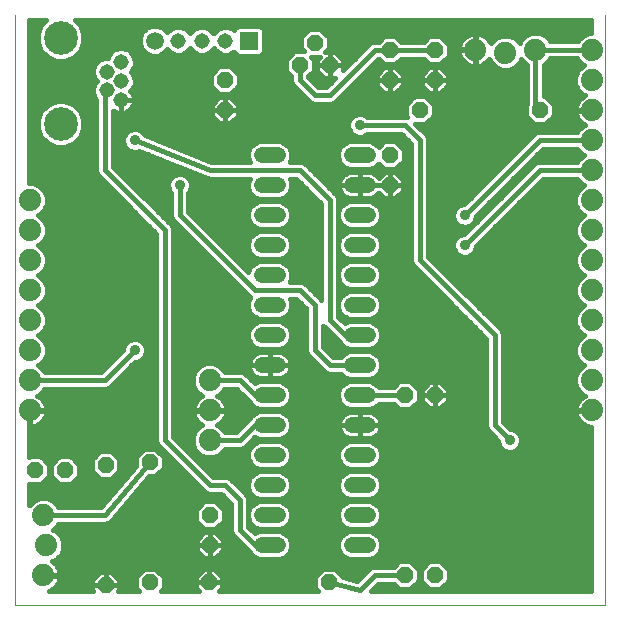
<source format=gbl>
G75*
%MOIN*%
%OFA0B0*%
%FSLAX25Y25*%
%IPPOS*%
%LPD*%
%AMOC8*
5,1,8,0,0,1.08239X$1,22.5*
%
%ADD10C,0.00000*%
%ADD11OC8,0.05200*%
%ADD12C,0.07400*%
%ADD13C,0.05150*%
%ADD14C,0.11220*%
%ADD15C,0.05200*%
%ADD16C,0.05937*%
%ADD17R,0.05937X0.05937*%
%ADD18C,0.01600*%
%ADD19C,0.03569*%
D10*
X0001800Y0001800D02*
X0001800Y0198650D01*
X0001800Y0001800D02*
X0198650Y0001800D01*
X0198650Y0198650D01*
D11*
X0176800Y0166800D03*
X0141800Y0176800D03*
X0141800Y0186800D03*
X0126800Y0186800D03*
X0126800Y0176800D03*
X0136800Y0166800D03*
X0126800Y0151800D03*
X0126800Y0141800D03*
X0106800Y0181800D03*
X0101800Y0189300D03*
X0096800Y0181800D03*
X0071800Y0176800D03*
X0071800Y0166800D03*
X0131800Y0071800D03*
X0141800Y0071800D03*
X0141800Y0011800D03*
X0131800Y0011800D03*
X0106537Y0009435D03*
X0066537Y0009435D03*
X0066800Y0021800D03*
X0066800Y0031800D03*
X0046800Y0049435D03*
X0032063Y0048512D03*
X0018610Y0046800D03*
X0008610Y0046800D03*
X0032063Y0008512D03*
X0046800Y0009435D03*
D12*
X0012300Y0021800D03*
X0011300Y0011800D03*
X0011300Y0031800D03*
X0006800Y0066800D03*
X0006800Y0076800D03*
X0006800Y0086800D03*
X0006800Y0096800D03*
X0006800Y0106800D03*
X0006800Y0116800D03*
X0006800Y0126800D03*
X0006800Y0136800D03*
X0066800Y0076800D03*
X0066800Y0066800D03*
X0066800Y0056800D03*
X0165302Y0186000D03*
X0155302Y0187000D03*
X0175302Y0187000D03*
X0194320Y0186839D03*
X0194320Y0176839D03*
X0194320Y0166839D03*
X0194320Y0156839D03*
X0194320Y0146839D03*
X0194300Y0136800D03*
X0194300Y0126800D03*
X0194300Y0116800D03*
X0194300Y0106800D03*
X0194300Y0096800D03*
X0194300Y0086800D03*
X0194300Y0076800D03*
X0194300Y0066800D03*
D13*
X0072016Y0189937D03*
X0064142Y0189937D03*
X0056268Y0189937D03*
X0037145Y0182833D03*
X0032420Y0179683D03*
X0037145Y0176534D03*
X0032420Y0173384D03*
X0037145Y0170235D03*
D14*
X0017066Y0162164D03*
X0017066Y0190904D03*
D15*
X0084200Y0151800D02*
X0089400Y0151800D01*
X0089400Y0141800D02*
X0084200Y0141800D01*
X0084200Y0131800D02*
X0089400Y0131800D01*
X0089400Y0121800D02*
X0084200Y0121800D01*
X0084200Y0111800D02*
X0089400Y0111800D01*
X0089400Y0101800D02*
X0084200Y0101800D01*
X0084200Y0091800D02*
X0089400Y0091800D01*
X0089400Y0081800D02*
X0084200Y0081800D01*
X0084200Y0071800D02*
X0089400Y0071800D01*
X0089400Y0061800D02*
X0084200Y0061800D01*
X0084200Y0051800D02*
X0089400Y0051800D01*
X0089400Y0041800D02*
X0084200Y0041800D01*
X0084200Y0031800D02*
X0089400Y0031800D01*
X0089400Y0021800D02*
X0084200Y0021800D01*
X0114200Y0021800D02*
X0119400Y0021800D01*
X0119400Y0031800D02*
X0114200Y0031800D01*
X0114200Y0041800D02*
X0119400Y0041800D01*
X0119400Y0051800D02*
X0114200Y0051800D01*
X0114200Y0061800D02*
X0119400Y0061800D01*
X0119400Y0071800D02*
X0114200Y0071800D01*
X0114200Y0081800D02*
X0119400Y0081800D01*
X0119400Y0091800D02*
X0114200Y0091800D01*
X0114200Y0101800D02*
X0119400Y0101800D01*
X0119400Y0111800D02*
X0114200Y0111800D01*
X0114200Y0121800D02*
X0119400Y0121800D01*
X0119400Y0131800D02*
X0114200Y0131800D01*
X0114200Y0141800D02*
X0119400Y0141800D01*
X0119400Y0151800D02*
X0114200Y0151800D01*
D16*
X0048394Y0189937D03*
D17*
X0079890Y0189937D03*
D18*
X0074921Y0193501D02*
X0074607Y0193815D01*
X0072926Y0194512D01*
X0071106Y0194512D01*
X0069425Y0193815D01*
X0068138Y0192528D01*
X0068079Y0192387D01*
X0068020Y0192528D01*
X0066733Y0193815D01*
X0065052Y0194512D01*
X0063232Y0194512D01*
X0061550Y0193815D01*
X0060264Y0192528D01*
X0060205Y0192387D01*
X0060146Y0192528D01*
X0058859Y0193815D01*
X0057178Y0194512D01*
X0055358Y0194512D01*
X0053676Y0193815D01*
X0052608Y0192747D01*
X0052606Y0192751D01*
X0051208Y0194149D01*
X0049382Y0194905D01*
X0047406Y0194905D01*
X0045579Y0194149D01*
X0044182Y0192751D01*
X0043425Y0190925D01*
X0043425Y0188948D01*
X0044182Y0187122D01*
X0045579Y0185725D01*
X0047406Y0184968D01*
X0049382Y0184968D01*
X0051208Y0185725D01*
X0052606Y0187122D01*
X0052608Y0187127D01*
X0053676Y0186058D01*
X0055358Y0185362D01*
X0057178Y0185362D01*
X0058859Y0186058D01*
X0060146Y0187345D01*
X0060205Y0187487D01*
X0060264Y0187345D01*
X0061550Y0186058D01*
X0063232Y0185362D01*
X0065052Y0185362D01*
X0066733Y0186058D01*
X0068020Y0187345D01*
X0068079Y0187487D01*
X0068138Y0187345D01*
X0069425Y0186058D01*
X0071106Y0185362D01*
X0072926Y0185362D01*
X0074607Y0186058D01*
X0074921Y0186373D01*
X0074921Y0186140D01*
X0076093Y0184968D01*
X0083687Y0184968D01*
X0084858Y0186140D01*
X0084858Y0193734D01*
X0083687Y0194905D01*
X0076093Y0194905D01*
X0074921Y0193734D01*
X0074921Y0193501D01*
X0074921Y0193621D02*
X0074801Y0193621D01*
X0069231Y0193621D02*
X0066927Y0193621D01*
X0061357Y0193621D02*
X0059053Y0193621D01*
X0053483Y0193621D02*
X0051736Y0193621D01*
X0045052Y0193621D02*
X0024177Y0193621D01*
X0024676Y0192418D02*
X0023517Y0195215D01*
X0021932Y0196800D01*
X0193850Y0196800D01*
X0193850Y0192539D01*
X0193186Y0192539D01*
X0191091Y0191672D01*
X0189487Y0190068D01*
X0189377Y0189800D01*
X0180312Y0189800D01*
X0180135Y0190229D01*
X0178531Y0191833D01*
X0176436Y0192700D01*
X0174169Y0192700D01*
X0172074Y0191833D01*
X0170470Y0190229D01*
X0170079Y0189285D01*
X0168531Y0190833D01*
X0166436Y0191700D01*
X0164169Y0191700D01*
X0162074Y0190833D01*
X0160470Y0189229D01*
X0160409Y0189082D01*
X0160400Y0189112D01*
X0160007Y0189883D01*
X0159498Y0190583D01*
X0158885Y0191196D01*
X0158185Y0191704D01*
X0157414Y0192097D01*
X0156590Y0192365D01*
X0155735Y0192500D01*
X0155502Y0192500D01*
X0155502Y0187201D01*
X0155102Y0187201D01*
X0155102Y0192500D01*
X0154870Y0192500D01*
X0154015Y0192365D01*
X0153191Y0192097D01*
X0152420Y0191704D01*
X0151719Y0191196D01*
X0151107Y0190583D01*
X0150598Y0189883D01*
X0150205Y0189112D01*
X0149938Y0188288D01*
X0149802Y0187433D01*
X0149802Y0187200D01*
X0155102Y0187200D01*
X0155102Y0186800D01*
X0155502Y0186800D01*
X0155502Y0181500D01*
X0155735Y0181500D01*
X0156590Y0181636D01*
X0157414Y0181903D01*
X0158185Y0182296D01*
X0158885Y0182805D01*
X0159498Y0183417D01*
X0159947Y0184036D01*
X0160470Y0182772D01*
X0162074Y0181168D01*
X0164169Y0180300D01*
X0166436Y0180300D01*
X0168531Y0181168D01*
X0170135Y0182772D01*
X0170526Y0183716D01*
X0172074Y0182168D01*
X0172502Y0181991D01*
X0172502Y0169008D01*
X0172200Y0168705D01*
X0172200Y0164895D01*
X0174895Y0162200D01*
X0178705Y0162200D01*
X0181400Y0164895D01*
X0181400Y0168705D01*
X0178705Y0171400D01*
X0178102Y0171400D01*
X0178102Y0181991D01*
X0178531Y0182168D01*
X0180135Y0183772D01*
X0180312Y0184200D01*
X0189243Y0184200D01*
X0189487Y0183611D01*
X0191091Y0182007D01*
X0191496Y0181839D01*
X0191091Y0181672D01*
X0189487Y0180068D01*
X0188620Y0177973D01*
X0188620Y0175706D01*
X0189487Y0173611D01*
X0191091Y0172007D01*
X0191784Y0171720D01*
X0191437Y0171543D01*
X0190737Y0171035D01*
X0190125Y0170422D01*
X0189616Y0169722D01*
X0189223Y0168951D01*
X0188955Y0168127D01*
X0188820Y0167272D01*
X0188820Y0167039D01*
X0193850Y0167039D01*
X0193850Y0166639D01*
X0188820Y0166639D01*
X0188820Y0166406D01*
X0188955Y0165551D01*
X0189223Y0164728D01*
X0189616Y0163957D01*
X0190125Y0163256D01*
X0190737Y0162644D01*
X0191437Y0162135D01*
X0191784Y0161959D01*
X0191091Y0161672D01*
X0189487Y0160068D01*
X0189310Y0159639D01*
X0176282Y0159639D01*
X0175253Y0159213D01*
X0151624Y0135584D01*
X0151047Y0135584D01*
X0149656Y0135008D01*
X0148592Y0133944D01*
X0148016Y0132553D01*
X0148016Y0131047D01*
X0148592Y0129656D01*
X0149656Y0128592D01*
X0151047Y0128016D01*
X0152553Y0128016D01*
X0153944Y0128592D01*
X0155008Y0129656D01*
X0155584Y0131047D01*
X0155584Y0131624D01*
X0177999Y0154039D01*
X0189310Y0154039D01*
X0189487Y0153611D01*
X0191091Y0152007D01*
X0191496Y0151839D01*
X0191091Y0151672D01*
X0189487Y0150068D01*
X0189310Y0149639D01*
X0176282Y0149639D01*
X0175253Y0149213D01*
X0151624Y0125584D01*
X0151047Y0125584D01*
X0149656Y0125008D01*
X0148592Y0123944D01*
X0148016Y0122553D01*
X0148016Y0121047D01*
X0148592Y0119656D01*
X0149656Y0118592D01*
X0151047Y0118016D01*
X0152553Y0118016D01*
X0153944Y0118592D01*
X0155008Y0119656D01*
X0155584Y0121047D01*
X0155584Y0121624D01*
X0177999Y0144039D01*
X0189310Y0144039D01*
X0189487Y0143611D01*
X0191091Y0142007D01*
X0191534Y0141824D01*
X0191071Y0141632D01*
X0189468Y0140029D01*
X0188600Y0137934D01*
X0188600Y0135666D01*
X0189468Y0133571D01*
X0191071Y0131968D01*
X0191476Y0131800D01*
X0191071Y0131632D01*
X0189468Y0130029D01*
X0188600Y0127934D01*
X0188600Y0125666D01*
X0189468Y0123571D01*
X0191071Y0121968D01*
X0191476Y0121800D01*
X0191071Y0121632D01*
X0189468Y0120029D01*
X0188600Y0117934D01*
X0188600Y0115666D01*
X0189468Y0113571D01*
X0191071Y0111968D01*
X0191476Y0111800D01*
X0191071Y0111632D01*
X0189468Y0110029D01*
X0188600Y0107934D01*
X0188600Y0105666D01*
X0189468Y0103571D01*
X0191071Y0101968D01*
X0191476Y0101800D01*
X0191071Y0101632D01*
X0189468Y0100029D01*
X0188600Y0097934D01*
X0188600Y0095666D01*
X0189468Y0093571D01*
X0191071Y0091968D01*
X0191476Y0091800D01*
X0191071Y0091632D01*
X0189468Y0090029D01*
X0188600Y0087934D01*
X0188600Y0085666D01*
X0189468Y0083571D01*
X0191071Y0081968D01*
X0191476Y0081800D01*
X0191071Y0081632D01*
X0189468Y0080029D01*
X0188600Y0077934D01*
X0188600Y0075666D01*
X0189468Y0073571D01*
X0191071Y0071968D01*
X0191764Y0071681D01*
X0191417Y0071504D01*
X0190717Y0070995D01*
X0190105Y0070383D01*
X0189596Y0069683D01*
X0189203Y0068911D01*
X0188935Y0068088D01*
X0188800Y0067233D01*
X0188800Y0067000D01*
X0193850Y0067000D01*
X0193850Y0066600D01*
X0188800Y0066600D01*
X0188800Y0066367D01*
X0188935Y0065512D01*
X0189203Y0064689D01*
X0189596Y0063917D01*
X0190105Y0063217D01*
X0190717Y0062605D01*
X0191417Y0062096D01*
X0192189Y0061703D01*
X0193012Y0061435D01*
X0193850Y0061303D01*
X0193850Y0006600D01*
X0120560Y0006600D01*
X0122960Y0009000D01*
X0128095Y0009000D01*
X0129895Y0007200D01*
X0133705Y0007200D01*
X0136400Y0009895D01*
X0136400Y0013705D01*
X0133705Y0016400D01*
X0129895Y0016400D01*
X0128095Y0014600D01*
X0121243Y0014600D01*
X0120214Y0014174D01*
X0119426Y0013386D01*
X0115949Y0009909D01*
X0111137Y0011145D01*
X0111137Y0011340D01*
X0108442Y0014034D01*
X0104631Y0014034D01*
X0101937Y0011340D01*
X0101937Y0007529D01*
X0102866Y0006600D01*
X0069925Y0006600D01*
X0070937Y0007612D01*
X0070937Y0009434D01*
X0066537Y0009434D01*
X0066537Y0009435D01*
X0066536Y0009435D01*
X0066536Y0009434D01*
X0062137Y0009434D01*
X0062137Y0007612D01*
X0063149Y0006600D01*
X0050471Y0006600D01*
X0051400Y0007529D01*
X0051400Y0011340D01*
X0048705Y0014034D01*
X0044895Y0014034D01*
X0042200Y0011340D01*
X0042200Y0007529D01*
X0043129Y0006600D01*
X0036374Y0006600D01*
X0036463Y0006690D01*
X0036463Y0008512D01*
X0032064Y0008512D01*
X0032064Y0008512D01*
X0036463Y0008512D01*
X0036463Y0010335D01*
X0033886Y0012912D01*
X0032063Y0012912D01*
X0030241Y0012912D01*
X0027663Y0010335D01*
X0027663Y0008512D01*
X0027663Y0006690D01*
X0027753Y0006600D01*
X0013094Y0006600D01*
X0013411Y0006703D01*
X0014183Y0007096D01*
X0014883Y0007605D01*
X0015495Y0008217D01*
X0016004Y0008917D01*
X0016397Y0009689D01*
X0016665Y0010512D01*
X0016800Y0011367D01*
X0016800Y0011600D01*
X0011500Y0011600D01*
X0011500Y0012000D01*
X0016800Y0012000D01*
X0016800Y0012233D01*
X0016665Y0013088D01*
X0016397Y0013911D01*
X0016004Y0014683D01*
X0015495Y0015383D01*
X0014883Y0015995D01*
X0014265Y0016444D01*
X0015529Y0016968D01*
X0017132Y0018571D01*
X0018000Y0020666D01*
X0018000Y0022934D01*
X0017132Y0025029D01*
X0015529Y0026632D01*
X0014584Y0027023D01*
X0016132Y0028571D01*
X0016310Y0029000D01*
X0031359Y0029000D01*
X0031470Y0028964D01*
X0031913Y0029000D01*
X0032357Y0029000D01*
X0032464Y0029045D01*
X0032580Y0029054D01*
X0032976Y0029256D01*
X0033386Y0029426D01*
X0033468Y0029509D01*
X0033572Y0029562D01*
X0033860Y0029900D01*
X0034174Y0030214D01*
X0034218Y0030321D01*
X0046563Y0044835D01*
X0048705Y0044835D01*
X0051400Y0047529D01*
X0051400Y0051340D01*
X0048705Y0054034D01*
X0044895Y0054034D01*
X0042200Y0051340D01*
X0042200Y0048348D01*
X0030506Y0034600D01*
X0016310Y0034600D01*
X0016132Y0035029D01*
X0014529Y0036632D01*
X0012434Y0037500D01*
X0010166Y0037500D01*
X0008071Y0036632D01*
X0006600Y0035161D01*
X0006600Y0042305D01*
X0006705Y0042200D01*
X0010516Y0042200D01*
X0013210Y0044895D01*
X0013210Y0048705D01*
X0010516Y0051400D01*
X0006705Y0051400D01*
X0006600Y0051295D01*
X0006600Y0066600D01*
X0007000Y0066600D01*
X0007000Y0067000D01*
X0012300Y0067000D01*
X0012300Y0067233D01*
X0012165Y0068088D01*
X0011897Y0068911D01*
X0011504Y0069683D01*
X0010995Y0070383D01*
X0010383Y0070995D01*
X0009683Y0071504D01*
X0009336Y0071681D01*
X0010029Y0071968D01*
X0011632Y0073571D01*
X0011810Y0074000D01*
X0032357Y0074000D01*
X0033386Y0074426D01*
X0041976Y0083016D01*
X0042553Y0083016D01*
X0043944Y0083592D01*
X0045008Y0084656D01*
X0045584Y0086047D01*
X0045584Y0087553D01*
X0045008Y0088944D01*
X0043944Y0090008D01*
X0042553Y0090584D01*
X0041047Y0090584D01*
X0039656Y0090008D01*
X0038592Y0088944D01*
X0038016Y0087553D01*
X0038016Y0086976D01*
X0030640Y0079600D01*
X0011810Y0079600D01*
X0011632Y0080029D01*
X0010029Y0081632D01*
X0009624Y0081800D01*
X0010029Y0081968D01*
X0011632Y0083571D01*
X0012500Y0085666D01*
X0012500Y0087934D01*
X0011632Y0090029D01*
X0010029Y0091632D01*
X0009624Y0091800D01*
X0010029Y0091968D01*
X0011632Y0093571D01*
X0012500Y0095666D01*
X0012500Y0097934D01*
X0011632Y0100029D01*
X0010029Y0101632D01*
X0009624Y0101800D01*
X0010029Y0101968D01*
X0011632Y0103571D01*
X0012500Y0105666D01*
X0012500Y0107934D01*
X0011632Y0110029D01*
X0010029Y0111632D01*
X0009624Y0111800D01*
X0010029Y0111968D01*
X0011632Y0113571D01*
X0012500Y0115666D01*
X0012500Y0117934D01*
X0011632Y0120029D01*
X0010029Y0121632D01*
X0009624Y0121800D01*
X0010029Y0121968D01*
X0011632Y0123571D01*
X0012500Y0125666D01*
X0012500Y0127934D01*
X0011632Y0130029D01*
X0010029Y0131632D01*
X0009624Y0131800D01*
X0010029Y0131968D01*
X0011632Y0133571D01*
X0012500Y0135666D01*
X0012500Y0137934D01*
X0011632Y0140029D01*
X0010029Y0141632D01*
X0007934Y0142500D01*
X0006600Y0142500D01*
X0006600Y0196800D01*
X0012199Y0196800D01*
X0010614Y0195215D01*
X0009456Y0192418D01*
X0009456Y0189390D01*
X0010614Y0186593D01*
X0012755Y0184452D01*
X0015552Y0183294D01*
X0018580Y0183294D01*
X0021377Y0184452D01*
X0023517Y0186593D01*
X0024676Y0189390D01*
X0024676Y0192418D01*
X0024676Y0192023D02*
X0043880Y0192023D01*
X0043425Y0190424D02*
X0024676Y0190424D01*
X0024442Y0188826D02*
X0043476Y0188826D01*
X0044138Y0187227D02*
X0038490Y0187227D01*
X0038055Y0187408D02*
X0039736Y0186711D01*
X0041023Y0185424D01*
X0041719Y0183743D01*
X0041719Y0181923D01*
X0041023Y0180242D01*
X0040465Y0179683D01*
X0041023Y0179125D01*
X0041719Y0177444D01*
X0041719Y0175624D01*
X0041023Y0173942D01*
X0040323Y0173243D01*
X0040481Y0173085D01*
X0040886Y0172527D01*
X0041199Y0171914D01*
X0041412Y0171259D01*
X0041519Y0170579D01*
X0041519Y0170235D01*
X0037145Y0170235D01*
X0037145Y0170235D01*
X0041519Y0170235D01*
X0041519Y0169890D01*
X0041412Y0169210D01*
X0041199Y0168555D01*
X0040886Y0167942D01*
X0040481Y0167385D01*
X0039995Y0166898D01*
X0039437Y0166493D01*
X0038824Y0166180D01*
X0038169Y0165968D01*
X0037489Y0165860D01*
X0037145Y0165860D01*
X0037145Y0170234D01*
X0037144Y0170234D01*
X0037144Y0165860D01*
X0036800Y0165860D01*
X0036120Y0165968D01*
X0035465Y0166180D01*
X0034852Y0166493D01*
X0034600Y0166676D01*
X0034600Y0147960D01*
X0054174Y0128386D01*
X0054600Y0127357D01*
X0054600Y0057960D01*
X0067960Y0044600D01*
X0072357Y0044600D01*
X0073386Y0044174D01*
X0074174Y0043386D01*
X0079174Y0038386D01*
X0079600Y0037357D01*
X0079600Y0027960D01*
X0081782Y0025778D01*
X0081783Y0025778D01*
X0081782Y0025778D02*
X0083285Y0026400D01*
X0090315Y0026400D01*
X0092006Y0025700D01*
X0093300Y0024406D01*
X0094000Y0022715D01*
X0094000Y0020885D01*
X0093300Y0019194D01*
X0092006Y0017900D01*
X0090315Y0017200D01*
X0083285Y0017200D01*
X0081594Y0017900D01*
X0080300Y0019194D01*
X0080197Y0019443D01*
X0075214Y0024426D01*
X0074426Y0025214D01*
X0074000Y0026243D01*
X0074000Y0035640D01*
X0070640Y0039000D01*
X0066243Y0039000D01*
X0065214Y0039426D01*
X0050214Y0054426D01*
X0049426Y0055214D01*
X0049000Y0056243D01*
X0049000Y0125640D01*
X0030214Y0144426D01*
X0029426Y0145214D01*
X0029000Y0146243D01*
X0029000Y0170335D01*
X0028542Y0170793D01*
X0027845Y0172474D01*
X0027845Y0174294D01*
X0028542Y0175976D01*
X0029100Y0176534D01*
X0028542Y0177092D01*
X0027845Y0178773D01*
X0027845Y0180593D01*
X0028542Y0182275D01*
X0029829Y0183562D01*
X0031510Y0184258D01*
X0032783Y0184258D01*
X0033266Y0185424D01*
X0034553Y0186711D01*
X0036235Y0187408D01*
X0038055Y0187408D01*
X0035799Y0187227D02*
X0023780Y0187227D01*
X0022553Y0185629D02*
X0033471Y0185629D01*
X0030960Y0184030D02*
X0020358Y0184030D01*
X0027945Y0180833D02*
X0006600Y0180833D01*
X0006600Y0179235D02*
X0027845Y0179235D01*
X0028316Y0177636D02*
X0006600Y0177636D01*
X0006600Y0176038D02*
X0028604Y0176038D01*
X0027905Y0174439D02*
X0006600Y0174439D01*
X0006600Y0172841D02*
X0027845Y0172841D01*
X0028356Y0171242D02*
X0006600Y0171242D01*
X0006600Y0169644D02*
X0015238Y0169644D01*
X0015552Y0169774D02*
X0012755Y0168615D01*
X0010614Y0166475D01*
X0009456Y0163678D01*
X0009456Y0160650D01*
X0010614Y0157853D01*
X0012755Y0155712D01*
X0015552Y0154554D01*
X0018580Y0154554D01*
X0021377Y0155712D01*
X0023517Y0157853D01*
X0024676Y0160650D01*
X0024676Y0163678D01*
X0023517Y0166475D01*
X0021377Y0168615D01*
X0018580Y0169774D01*
X0015552Y0169774D01*
X0012185Y0168045D02*
X0006600Y0168045D01*
X0006600Y0166447D02*
X0010603Y0166447D01*
X0009940Y0164848D02*
X0006600Y0164848D01*
X0006600Y0163250D02*
X0009456Y0163250D01*
X0009456Y0161651D02*
X0006600Y0161651D01*
X0006600Y0160053D02*
X0009703Y0160053D01*
X0010365Y0158454D02*
X0006600Y0158454D01*
X0006600Y0156856D02*
X0011611Y0156856D01*
X0013853Y0155257D02*
X0006600Y0155257D01*
X0006600Y0153659D02*
X0029000Y0153659D01*
X0029000Y0155257D02*
X0020278Y0155257D01*
X0022520Y0156856D02*
X0029000Y0156856D01*
X0029000Y0158454D02*
X0023766Y0158454D01*
X0024429Y0160053D02*
X0029000Y0160053D01*
X0029000Y0161651D02*
X0024676Y0161651D01*
X0024676Y0163250D02*
X0029000Y0163250D01*
X0029000Y0164848D02*
X0024191Y0164848D01*
X0023529Y0166447D02*
X0029000Y0166447D01*
X0029000Y0168045D02*
X0021947Y0168045D01*
X0018894Y0169644D02*
X0029000Y0169644D01*
X0031800Y0173296D02*
X0032420Y0173384D01*
X0031800Y0173296D02*
X0031800Y0146800D01*
X0051800Y0126800D01*
X0051800Y0056800D01*
X0066800Y0041800D01*
X0071800Y0041800D01*
X0076800Y0036800D01*
X0076800Y0026800D01*
X0081800Y0021800D01*
X0086800Y0021800D01*
X0091728Y0017785D02*
X0111872Y0017785D01*
X0111594Y0017900D02*
X0113285Y0017200D01*
X0120315Y0017200D01*
X0122006Y0017900D01*
X0123300Y0019194D01*
X0124000Y0020885D01*
X0124000Y0022715D01*
X0123300Y0024406D01*
X0122006Y0025700D01*
X0120315Y0026400D01*
X0113285Y0026400D01*
X0111594Y0025700D01*
X0110300Y0024406D01*
X0109600Y0022715D01*
X0109600Y0020885D01*
X0110300Y0019194D01*
X0111594Y0017900D01*
X0110222Y0019384D02*
X0093378Y0019384D01*
X0094000Y0020982D02*
X0109600Y0020982D01*
X0109600Y0022581D02*
X0094000Y0022581D01*
X0093394Y0024179D02*
X0110206Y0024179D01*
X0111783Y0025778D02*
X0091817Y0025778D01*
X0090740Y0027376D02*
X0112860Y0027376D01*
X0113285Y0027200D02*
X0120315Y0027200D01*
X0122006Y0027900D01*
X0123300Y0029194D01*
X0124000Y0030885D01*
X0124000Y0032715D01*
X0123300Y0034406D01*
X0122006Y0035700D01*
X0120315Y0036400D01*
X0113285Y0036400D01*
X0111594Y0035700D01*
X0110300Y0034406D01*
X0109600Y0032715D01*
X0109600Y0030885D01*
X0110300Y0029194D01*
X0111594Y0027900D01*
X0113285Y0027200D01*
X0110520Y0028975D02*
X0093080Y0028975D01*
X0093300Y0029194D02*
X0094000Y0030885D01*
X0094000Y0032715D01*
X0093300Y0034406D01*
X0092006Y0035700D01*
X0090315Y0036400D01*
X0083285Y0036400D01*
X0081594Y0035700D01*
X0080300Y0034406D01*
X0079600Y0032715D01*
X0079600Y0030885D01*
X0080300Y0029194D01*
X0081594Y0027900D01*
X0083285Y0027200D01*
X0090315Y0027200D01*
X0092006Y0027900D01*
X0093300Y0029194D01*
X0093871Y0030573D02*
X0109729Y0030573D01*
X0109600Y0032172D02*
X0094000Y0032172D01*
X0093563Y0033770D02*
X0110037Y0033770D01*
X0111263Y0035369D02*
X0092337Y0035369D01*
X0092006Y0037900D02*
X0093300Y0039194D01*
X0094000Y0040885D01*
X0094000Y0042715D01*
X0093300Y0044406D01*
X0092006Y0045700D01*
X0090315Y0046400D01*
X0083285Y0046400D01*
X0081594Y0045700D01*
X0080300Y0044406D01*
X0079600Y0042715D01*
X0079600Y0040885D01*
X0080300Y0039194D01*
X0081594Y0037900D01*
X0083285Y0037200D01*
X0090315Y0037200D01*
X0092006Y0037900D01*
X0092671Y0038566D02*
X0110929Y0038566D01*
X0110300Y0039194D02*
X0111594Y0037900D01*
X0113285Y0037200D01*
X0120315Y0037200D01*
X0122006Y0037900D01*
X0123300Y0039194D01*
X0124000Y0040885D01*
X0124000Y0042715D01*
X0123300Y0044406D01*
X0122006Y0045700D01*
X0120315Y0046400D01*
X0113285Y0046400D01*
X0111594Y0045700D01*
X0110300Y0044406D01*
X0109600Y0042715D01*
X0109600Y0040885D01*
X0110300Y0039194D01*
X0109899Y0040164D02*
X0093701Y0040164D01*
X0094000Y0041763D02*
X0109600Y0041763D01*
X0109868Y0043361D02*
X0093732Y0043361D01*
X0092746Y0044960D02*
X0110854Y0044960D01*
X0111594Y0047900D02*
X0113285Y0047200D01*
X0120315Y0047200D01*
X0122006Y0047900D01*
X0123300Y0049194D01*
X0124000Y0050885D01*
X0124000Y0052715D01*
X0123300Y0054406D01*
X0122006Y0055700D01*
X0120315Y0056400D01*
X0113285Y0056400D01*
X0111594Y0055700D01*
X0110300Y0054406D01*
X0109600Y0052715D01*
X0109600Y0050885D01*
X0110300Y0049194D01*
X0111594Y0047900D01*
X0111338Y0048157D02*
X0092262Y0048157D01*
X0092006Y0047900D02*
X0093300Y0049194D01*
X0094000Y0050885D01*
X0094000Y0052715D01*
X0093300Y0054406D01*
X0092006Y0055700D01*
X0090315Y0056400D01*
X0083285Y0056400D01*
X0081594Y0055700D01*
X0080300Y0054406D01*
X0079600Y0052715D01*
X0079600Y0050885D01*
X0080300Y0049194D01*
X0081594Y0047900D01*
X0083285Y0047200D01*
X0090315Y0047200D01*
X0092006Y0047900D01*
X0093532Y0049755D02*
X0110068Y0049755D01*
X0109600Y0051354D02*
X0094000Y0051354D01*
X0093902Y0052952D02*
X0109698Y0052952D01*
X0110445Y0054551D02*
X0093154Y0054551D01*
X0090920Y0056149D02*
X0112680Y0056149D01*
X0113170Y0057508D02*
X0113854Y0057400D01*
X0116800Y0057400D01*
X0119746Y0057400D01*
X0120430Y0057508D01*
X0121089Y0057722D01*
X0121706Y0058037D01*
X0122266Y0058444D01*
X0122756Y0058934D01*
X0123163Y0059494D01*
X0123478Y0060111D01*
X0123692Y0060770D01*
X0123800Y0061454D01*
X0123800Y0061800D01*
X0123800Y0062146D01*
X0123692Y0062830D01*
X0123478Y0063489D01*
X0123163Y0064106D01*
X0122756Y0064666D01*
X0122266Y0065156D01*
X0121706Y0065563D01*
X0121089Y0065878D01*
X0120430Y0066092D01*
X0119746Y0066200D01*
X0116800Y0066200D01*
X0116800Y0061800D01*
X0116800Y0061800D01*
X0123800Y0061800D01*
X0116800Y0061800D01*
X0116800Y0061800D01*
X0116800Y0057400D01*
X0116800Y0061800D01*
X0116800Y0061800D01*
X0116800Y0061800D01*
X0109800Y0061800D01*
X0109800Y0062146D01*
X0109908Y0062830D01*
X0110122Y0063489D01*
X0110437Y0064106D01*
X0110844Y0064666D01*
X0111334Y0065156D01*
X0111894Y0065563D01*
X0112511Y0065878D01*
X0113170Y0066092D01*
X0113854Y0066200D01*
X0116800Y0066200D01*
X0116800Y0061800D01*
X0109800Y0061800D01*
X0109800Y0061454D01*
X0109908Y0060770D01*
X0110122Y0060111D01*
X0110437Y0059494D01*
X0110844Y0058934D01*
X0111334Y0058444D01*
X0111894Y0058037D01*
X0112511Y0057722D01*
X0113170Y0057508D01*
X0112461Y0057748D02*
X0091638Y0057748D01*
X0092006Y0057900D02*
X0093300Y0059194D01*
X0094000Y0060885D01*
X0094000Y0062715D01*
X0093300Y0064406D01*
X0092006Y0065700D01*
X0090315Y0066400D01*
X0083285Y0066400D01*
X0081594Y0065700D01*
X0080300Y0064406D01*
X0080197Y0064157D01*
X0079426Y0063386D01*
X0075640Y0059600D01*
X0071810Y0059600D01*
X0071632Y0060029D01*
X0070029Y0061632D01*
X0069336Y0061919D01*
X0069683Y0062096D01*
X0070383Y0062605D01*
X0070995Y0063217D01*
X0071504Y0063917D01*
X0071897Y0064689D01*
X0072165Y0065512D01*
X0072300Y0066367D01*
X0072300Y0066600D01*
X0067000Y0066600D01*
X0067000Y0067000D01*
X0072300Y0067000D01*
X0072300Y0067233D01*
X0072165Y0068088D01*
X0071897Y0068911D01*
X0071504Y0069683D01*
X0070995Y0070383D01*
X0070383Y0070995D01*
X0069683Y0071504D01*
X0069336Y0071681D01*
X0070029Y0071968D01*
X0071632Y0073571D01*
X0071810Y0074000D01*
X0075640Y0074000D01*
X0079426Y0070214D01*
X0080197Y0069443D01*
X0080300Y0069194D01*
X0081594Y0067900D01*
X0083285Y0067200D01*
X0090315Y0067200D01*
X0092006Y0067900D01*
X0093300Y0069194D01*
X0094000Y0070885D01*
X0094000Y0072715D01*
X0093300Y0074406D01*
X0092006Y0075700D01*
X0090315Y0076400D01*
X0083285Y0076400D01*
X0081782Y0075778D01*
X0078386Y0079174D01*
X0077357Y0079600D01*
X0071810Y0079600D01*
X0071632Y0080029D01*
X0070029Y0081632D01*
X0067934Y0082500D01*
X0065666Y0082500D01*
X0063571Y0081632D01*
X0061968Y0080029D01*
X0061100Y0077934D01*
X0061100Y0075666D01*
X0061968Y0073571D01*
X0063571Y0071968D01*
X0064264Y0071681D01*
X0063917Y0071504D01*
X0063217Y0070995D01*
X0062605Y0070383D01*
X0062096Y0069683D01*
X0061703Y0068911D01*
X0061435Y0068088D01*
X0061300Y0067233D01*
X0061300Y0067000D01*
X0066600Y0067000D01*
X0066600Y0066600D01*
X0061300Y0066600D01*
X0061300Y0066367D01*
X0061435Y0065512D01*
X0061703Y0064689D01*
X0062096Y0063917D01*
X0062605Y0063217D01*
X0063217Y0062605D01*
X0063917Y0062096D01*
X0064264Y0061919D01*
X0063571Y0061632D01*
X0061968Y0060029D01*
X0061100Y0057934D01*
X0061100Y0055666D01*
X0061968Y0053571D01*
X0063571Y0051968D01*
X0065666Y0051100D01*
X0067934Y0051100D01*
X0070029Y0051968D01*
X0071632Y0053571D01*
X0071810Y0054000D01*
X0077357Y0054000D01*
X0078386Y0054426D01*
X0081782Y0057822D01*
X0083285Y0057200D01*
X0090315Y0057200D01*
X0092006Y0057900D01*
X0093363Y0059346D02*
X0110544Y0059346D01*
X0109881Y0060945D02*
X0094000Y0060945D01*
X0094000Y0062543D02*
X0109863Y0062543D01*
X0110463Y0064142D02*
X0093409Y0064142D01*
X0091907Y0065740D02*
X0112242Y0065740D01*
X0112949Y0067339D02*
X0090650Y0067339D01*
X0093043Y0068937D02*
X0110557Y0068937D01*
X0110300Y0069194D02*
X0109600Y0070885D01*
X0109600Y0072715D01*
X0110300Y0074406D01*
X0111594Y0075700D01*
X0113285Y0076400D01*
X0120315Y0076400D01*
X0122006Y0075700D01*
X0123105Y0074600D01*
X0128095Y0074600D01*
X0129895Y0076400D01*
X0133705Y0076400D01*
X0136400Y0073705D01*
X0136400Y0069895D01*
X0133705Y0067200D01*
X0129895Y0067200D01*
X0128095Y0069000D01*
X0123105Y0069000D01*
X0122006Y0067900D01*
X0120315Y0067200D01*
X0113285Y0067200D01*
X0111594Y0067900D01*
X0110300Y0069194D01*
X0109745Y0070536D02*
X0093855Y0070536D01*
X0094000Y0072134D02*
X0109600Y0072134D01*
X0110022Y0073733D02*
X0093578Y0073733D01*
X0092374Y0075332D02*
X0111226Y0075332D01*
X0111594Y0077900D02*
X0113285Y0077200D01*
X0120315Y0077200D01*
X0122006Y0077900D01*
X0123300Y0079194D01*
X0124000Y0080885D01*
X0124000Y0082715D01*
X0123300Y0084406D01*
X0122006Y0085700D01*
X0120315Y0086400D01*
X0113285Y0086400D01*
X0111594Y0085700D01*
X0110495Y0084600D01*
X0107960Y0084600D01*
X0104600Y0087960D01*
X0104600Y0095040D01*
X0105214Y0094426D01*
X0110197Y0089443D01*
X0110300Y0089194D01*
X0111594Y0087900D01*
X0113285Y0087200D01*
X0120315Y0087200D01*
X0122006Y0087900D01*
X0123300Y0089194D01*
X0124000Y0090885D01*
X0124000Y0092715D01*
X0123300Y0094406D01*
X0122006Y0095700D01*
X0120315Y0096400D01*
X0113285Y0096400D01*
X0111782Y0095778D01*
X0109600Y0097960D01*
X0109600Y0137357D01*
X0109174Y0138386D01*
X0098386Y0149174D01*
X0097357Y0149600D01*
X0093468Y0149600D01*
X0094000Y0150885D01*
X0094000Y0152715D01*
X0093300Y0154406D01*
X0092006Y0155700D01*
X0090315Y0156400D01*
X0083285Y0156400D01*
X0081594Y0155700D01*
X0080300Y0154406D01*
X0079600Y0152715D01*
X0079600Y0150885D01*
X0080132Y0149600D01*
X0067339Y0149600D01*
X0045212Y0158451D01*
X0045008Y0158944D01*
X0043944Y0160008D01*
X0042553Y0160584D01*
X0041047Y0160584D01*
X0039656Y0160008D01*
X0038592Y0158944D01*
X0038016Y0157553D01*
X0038016Y0156047D01*
X0038592Y0154656D01*
X0039656Y0153592D01*
X0041047Y0153016D01*
X0042553Y0153016D01*
X0043127Y0153254D01*
X0065744Y0144207D01*
X0066243Y0144000D01*
X0066261Y0144000D01*
X0066277Y0143993D01*
X0066817Y0144000D01*
X0080132Y0144000D01*
X0079600Y0142715D01*
X0079600Y0140885D01*
X0080300Y0139194D01*
X0081594Y0137900D01*
X0083285Y0137200D01*
X0090315Y0137200D01*
X0092006Y0137900D01*
X0093300Y0139194D01*
X0094000Y0140885D01*
X0094000Y0142715D01*
X0093468Y0144000D01*
X0095640Y0144000D01*
X0104000Y0135640D01*
X0104000Y0103560D01*
X0103386Y0104174D01*
X0098386Y0109174D01*
X0097357Y0109600D01*
X0093468Y0109600D01*
X0094000Y0110885D01*
X0094000Y0112715D01*
X0093300Y0114406D01*
X0092006Y0115700D01*
X0090315Y0116400D01*
X0083285Y0116400D01*
X0081594Y0115700D01*
X0080300Y0114406D01*
X0079672Y0112888D01*
X0059600Y0132960D01*
X0059600Y0139248D01*
X0060008Y0139656D01*
X0060584Y0141047D01*
X0060584Y0142553D01*
X0060008Y0143944D01*
X0058944Y0145008D01*
X0057553Y0145584D01*
X0056047Y0145584D01*
X0054656Y0145008D01*
X0053592Y0143944D01*
X0053016Y0142553D01*
X0053016Y0141047D01*
X0053592Y0139656D01*
X0054000Y0139248D01*
X0054000Y0131243D01*
X0054426Y0130214D01*
X0079426Y0105214D01*
X0080214Y0104426D01*
X0080295Y0104393D01*
X0079600Y0102715D01*
X0079600Y0100885D01*
X0080300Y0099194D01*
X0081594Y0097900D01*
X0083285Y0097200D01*
X0090315Y0097200D01*
X0092006Y0097900D01*
X0093300Y0099194D01*
X0094000Y0100885D01*
X0094000Y0102715D01*
X0093468Y0104000D01*
X0095640Y0104000D01*
X0099000Y0100640D01*
X0099000Y0086243D01*
X0099426Y0085214D01*
X0104426Y0080214D01*
X0105214Y0079426D01*
X0106243Y0079000D01*
X0110495Y0079000D01*
X0111594Y0077900D01*
X0110966Y0078529D02*
X0092351Y0078529D01*
X0092266Y0078444D02*
X0092756Y0078934D01*
X0093163Y0079494D01*
X0093478Y0080111D01*
X0093692Y0080770D01*
X0093800Y0081454D01*
X0093800Y0081800D01*
X0093800Y0082146D01*
X0093692Y0082830D01*
X0093478Y0083489D01*
X0093163Y0084106D01*
X0092756Y0084666D01*
X0092266Y0085156D01*
X0091706Y0085563D01*
X0091089Y0085878D01*
X0090430Y0086092D01*
X0089746Y0086200D01*
X0086800Y0086200D01*
X0086800Y0081800D01*
X0086800Y0081800D01*
X0093800Y0081800D01*
X0086800Y0081800D01*
X0086800Y0081800D01*
X0086800Y0077400D01*
X0089746Y0077400D01*
X0090430Y0077508D01*
X0091089Y0077722D01*
X0091706Y0078037D01*
X0092266Y0078444D01*
X0093483Y0080127D02*
X0104513Y0080127D01*
X0102915Y0081726D02*
X0093800Y0081726D01*
X0093531Y0083324D02*
X0101316Y0083324D01*
X0099718Y0084923D02*
X0092500Y0084923D01*
X0092006Y0087900D02*
X0093300Y0089194D01*
X0094000Y0090885D01*
X0094000Y0092715D01*
X0093300Y0094406D01*
X0092006Y0095700D01*
X0090315Y0096400D01*
X0083285Y0096400D01*
X0081594Y0095700D01*
X0080300Y0094406D01*
X0079600Y0092715D01*
X0079600Y0090885D01*
X0080300Y0089194D01*
X0081594Y0087900D01*
X0083285Y0087200D01*
X0090315Y0087200D01*
X0092006Y0087900D01*
X0092225Y0088120D02*
X0099000Y0088120D01*
X0099000Y0089718D02*
X0093517Y0089718D01*
X0094000Y0091317D02*
X0099000Y0091317D01*
X0099000Y0092915D02*
X0093917Y0092915D01*
X0093192Y0094514D02*
X0099000Y0094514D01*
X0099000Y0096112D02*
X0091010Y0096112D01*
X0091548Y0097711D02*
X0099000Y0097711D01*
X0099000Y0099309D02*
X0093347Y0099309D01*
X0094000Y0100908D02*
X0098732Y0100908D01*
X0097134Y0102506D02*
X0094000Y0102506D01*
X0096800Y0106800D02*
X0101800Y0101800D01*
X0101800Y0086800D01*
X0106800Y0081800D01*
X0116800Y0081800D01*
X0122634Y0078529D02*
X0159000Y0078529D01*
X0159000Y0080127D02*
X0123686Y0080127D01*
X0124000Y0081726D02*
X0159000Y0081726D01*
X0159000Y0083324D02*
X0123748Y0083324D01*
X0122783Y0084923D02*
X0159000Y0084923D01*
X0159000Y0086521D02*
X0106039Y0086521D01*
X0104600Y0088120D02*
X0111375Y0088120D01*
X0109922Y0089718D02*
X0104600Y0089718D01*
X0104600Y0091317D02*
X0108324Y0091317D01*
X0106725Y0092915D02*
X0104600Y0092915D01*
X0104600Y0094514D02*
X0105127Y0094514D01*
X0106800Y0096800D02*
X0106800Y0136800D01*
X0096800Y0146800D01*
X0066800Y0146800D01*
X0041800Y0156800D01*
X0038343Y0155257D02*
X0034600Y0155257D01*
X0034600Y0153659D02*
X0039590Y0153659D01*
X0038016Y0156856D02*
X0034600Y0156856D01*
X0034600Y0158454D02*
X0038389Y0158454D01*
X0039764Y0160053D02*
X0034600Y0160053D01*
X0034600Y0161651D02*
X0113016Y0161651D01*
X0113016Y0161047D02*
X0113016Y0162553D01*
X0113592Y0163944D01*
X0114656Y0165008D01*
X0116047Y0165584D01*
X0117553Y0165584D01*
X0118944Y0165008D01*
X0119352Y0164600D01*
X0132357Y0164600D01*
X0132592Y0164503D01*
X0132200Y0164895D01*
X0132200Y0168705D01*
X0134895Y0171400D01*
X0138705Y0171400D01*
X0141400Y0168705D01*
X0141400Y0164895D01*
X0138705Y0162200D01*
X0135360Y0162200D01*
X0139174Y0158386D01*
X0139600Y0157357D01*
X0139600Y0117960D01*
X0163386Y0094174D01*
X0164174Y0093386D01*
X0164600Y0092357D01*
X0164600Y0062960D01*
X0166976Y0060584D01*
X0167553Y0060584D01*
X0168944Y0060008D01*
X0170008Y0058944D01*
X0170584Y0057553D01*
X0170584Y0056047D01*
X0170008Y0054656D01*
X0168944Y0053592D01*
X0167553Y0053016D01*
X0166047Y0053016D01*
X0164656Y0053592D01*
X0163592Y0054656D01*
X0163016Y0056047D01*
X0163016Y0056624D01*
X0159426Y0060214D01*
X0159000Y0061243D01*
X0159000Y0090640D01*
X0134426Y0115214D01*
X0134000Y0116243D01*
X0134000Y0155640D01*
X0130640Y0159000D01*
X0119352Y0159000D01*
X0118944Y0158592D01*
X0117553Y0158016D01*
X0116047Y0158016D01*
X0114656Y0158592D01*
X0113592Y0159656D01*
X0113016Y0161047D01*
X0113428Y0160053D02*
X0043836Y0160053D01*
X0045211Y0158454D02*
X0114989Y0158454D01*
X0113285Y0156400D02*
X0111594Y0155700D01*
X0110300Y0154406D01*
X0109600Y0152715D01*
X0109600Y0150885D01*
X0110300Y0149194D01*
X0111594Y0147900D01*
X0113285Y0147200D01*
X0120315Y0147200D01*
X0122006Y0147900D01*
X0123100Y0148995D01*
X0124895Y0147200D01*
X0128705Y0147200D01*
X0131400Y0149895D01*
X0131400Y0153705D01*
X0128705Y0156400D01*
X0124895Y0156400D01*
X0123100Y0154605D01*
X0122006Y0155700D01*
X0120315Y0156400D01*
X0113285Y0156400D01*
X0111152Y0155257D02*
X0092448Y0155257D01*
X0093609Y0153659D02*
X0109991Y0153659D01*
X0109600Y0152060D02*
X0094000Y0152060D01*
X0093825Y0150462D02*
X0109775Y0150462D01*
X0110632Y0148863D02*
X0098697Y0148863D01*
X0100295Y0147265D02*
X0113129Y0147265D01*
X0113170Y0146092D02*
X0112511Y0145878D01*
X0111894Y0145563D01*
X0111334Y0145156D01*
X0110844Y0144666D01*
X0110437Y0144106D01*
X0110122Y0143489D01*
X0109908Y0142830D01*
X0109800Y0142146D01*
X0109800Y0141800D01*
X0116800Y0141800D01*
X0116800Y0141800D01*
X0116800Y0146200D01*
X0119746Y0146200D01*
X0120430Y0146092D01*
X0121089Y0145878D01*
X0121706Y0145563D01*
X0122266Y0145156D01*
X0122756Y0144666D01*
X0123046Y0144268D01*
X0124977Y0146200D01*
X0126800Y0146200D01*
X0126800Y0141800D01*
X0126800Y0141800D01*
X0131200Y0141800D01*
X0131200Y0143623D01*
X0128623Y0146200D01*
X0126800Y0146200D01*
X0126800Y0141800D01*
X0126800Y0141800D01*
X0131200Y0141800D01*
X0131200Y0139977D01*
X0128623Y0137400D01*
X0126800Y0137400D01*
X0126800Y0141800D01*
X0126800Y0141800D01*
X0126800Y0141800D01*
X0123800Y0141800D01*
X0116800Y0141800D01*
X0116800Y0141800D01*
X0116800Y0146200D01*
X0113854Y0146200D01*
X0113170Y0146092D01*
X0112096Y0145666D02*
X0101894Y0145666D01*
X0103492Y0144068D02*
X0110417Y0144068D01*
X0109851Y0142469D02*
X0105091Y0142469D01*
X0106689Y0140870D02*
X0109892Y0140870D01*
X0109908Y0140770D02*
X0110122Y0140111D01*
X0110437Y0139494D01*
X0110844Y0138934D01*
X0111334Y0138444D01*
X0111894Y0138037D01*
X0112511Y0137722D01*
X0113170Y0137508D01*
X0113854Y0137400D01*
X0116800Y0137400D01*
X0119746Y0137400D01*
X0120430Y0137508D01*
X0121089Y0137722D01*
X0121706Y0138037D01*
X0122266Y0138444D01*
X0122756Y0138934D01*
X0123046Y0139332D01*
X0124977Y0137400D01*
X0126800Y0137400D01*
X0126800Y0141800D01*
X0116800Y0141800D01*
X0116800Y0137400D01*
X0116800Y0141800D01*
X0116800Y0141800D01*
X0116800Y0141800D01*
X0109800Y0141800D01*
X0109800Y0141454D01*
X0109908Y0140770D01*
X0110598Y0139272D02*
X0108288Y0139272D01*
X0109469Y0137673D02*
X0112661Y0137673D01*
X0113285Y0136400D02*
X0111594Y0135700D01*
X0110300Y0134406D01*
X0109600Y0132715D01*
X0109600Y0130885D01*
X0110300Y0129194D01*
X0111594Y0127900D01*
X0113285Y0127200D01*
X0120315Y0127200D01*
X0122006Y0127900D01*
X0123300Y0129194D01*
X0124000Y0130885D01*
X0124000Y0132715D01*
X0123300Y0134406D01*
X0122006Y0135700D01*
X0120315Y0136400D01*
X0113285Y0136400D01*
X0112500Y0136075D02*
X0109600Y0136075D01*
X0109600Y0134476D02*
X0110371Y0134476D01*
X0109667Y0132878D02*
X0109600Y0132878D01*
X0109600Y0131279D02*
X0109600Y0131279D01*
X0109600Y0129681D02*
X0110099Y0129681D01*
X0109600Y0128082D02*
X0111412Y0128082D01*
X0111594Y0125700D02*
X0110300Y0124406D01*
X0109600Y0122715D01*
X0109600Y0120885D01*
X0110300Y0119194D01*
X0111594Y0117900D01*
X0113285Y0117200D01*
X0120315Y0117200D01*
X0122006Y0117900D01*
X0123300Y0119194D01*
X0124000Y0120885D01*
X0124000Y0122715D01*
X0123300Y0124406D01*
X0122006Y0125700D01*
X0120315Y0126400D01*
X0113285Y0126400D01*
X0111594Y0125700D01*
X0110780Y0124885D02*
X0109600Y0124885D01*
X0109600Y0123287D02*
X0109837Y0123287D01*
X0109600Y0121688D02*
X0109600Y0121688D01*
X0109600Y0120090D02*
X0109929Y0120090D01*
X0109600Y0118491D02*
X0111003Y0118491D01*
X0109600Y0116893D02*
X0134000Y0116893D01*
X0134000Y0118491D02*
X0122597Y0118491D01*
X0123671Y0120090D02*
X0134000Y0120090D01*
X0134000Y0121688D02*
X0124000Y0121688D01*
X0123763Y0123287D02*
X0134000Y0123287D01*
X0134000Y0124885D02*
X0122820Y0124885D01*
X0122188Y0128082D02*
X0134000Y0128082D01*
X0134000Y0126484D02*
X0109600Y0126484D01*
X0104000Y0126484D02*
X0066076Y0126484D01*
X0064477Y0128082D02*
X0081412Y0128082D01*
X0081594Y0127900D02*
X0083285Y0127200D01*
X0090315Y0127200D01*
X0092006Y0127900D01*
X0093300Y0129194D01*
X0094000Y0130885D01*
X0094000Y0132715D01*
X0093300Y0134406D01*
X0092006Y0135700D01*
X0090315Y0136400D01*
X0083285Y0136400D01*
X0081594Y0135700D01*
X0080300Y0134406D01*
X0079600Y0132715D01*
X0079600Y0130885D01*
X0080300Y0129194D01*
X0081594Y0127900D01*
X0081594Y0125700D02*
X0080300Y0124406D01*
X0079600Y0122715D01*
X0079600Y0120885D01*
X0080300Y0119194D01*
X0081594Y0117900D01*
X0083285Y0117200D01*
X0090315Y0117200D01*
X0092006Y0117900D01*
X0093300Y0119194D01*
X0094000Y0120885D01*
X0094000Y0122715D01*
X0093300Y0124406D01*
X0092006Y0125700D01*
X0090315Y0126400D01*
X0083285Y0126400D01*
X0081594Y0125700D01*
X0080780Y0124885D02*
X0067674Y0124885D01*
X0069273Y0123287D02*
X0079837Y0123287D01*
X0079600Y0121688D02*
X0070871Y0121688D01*
X0072470Y0120090D02*
X0079929Y0120090D01*
X0081003Y0118491D02*
X0074068Y0118491D01*
X0075667Y0116893D02*
X0104000Y0116893D01*
X0104000Y0118491D02*
X0092597Y0118491D01*
X0093671Y0120090D02*
X0104000Y0120090D01*
X0104000Y0121688D02*
X0094000Y0121688D01*
X0093763Y0123287D02*
X0104000Y0123287D01*
X0104000Y0124885D02*
X0092820Y0124885D01*
X0092188Y0128082D02*
X0104000Y0128082D01*
X0104000Y0129681D02*
X0093501Y0129681D01*
X0094000Y0131279D02*
X0104000Y0131279D01*
X0104000Y0132878D02*
X0093933Y0132878D01*
X0093229Y0134476D02*
X0104000Y0134476D01*
X0103565Y0136075D02*
X0091100Y0136075D01*
X0091458Y0137673D02*
X0101967Y0137673D01*
X0100368Y0139272D02*
X0093332Y0139272D01*
X0093994Y0140870D02*
X0098770Y0140870D01*
X0097171Y0142469D02*
X0094000Y0142469D01*
X0082500Y0136075D02*
X0059600Y0136075D01*
X0059600Y0137673D02*
X0082142Y0137673D01*
X0080268Y0139272D02*
X0059624Y0139272D01*
X0060511Y0140870D02*
X0079606Y0140870D01*
X0079600Y0142469D02*
X0060584Y0142469D01*
X0059884Y0144068D02*
X0066080Y0144068D01*
X0062096Y0145666D02*
X0036894Y0145666D01*
X0038492Y0144068D02*
X0053716Y0144068D01*
X0053016Y0142469D02*
X0040091Y0142469D01*
X0041689Y0140870D02*
X0053089Y0140870D01*
X0053976Y0139272D02*
X0043288Y0139272D01*
X0044886Y0137673D02*
X0054000Y0137673D01*
X0054000Y0136075D02*
X0046485Y0136075D01*
X0048083Y0134476D02*
X0054000Y0134476D01*
X0054000Y0132878D02*
X0049682Y0132878D01*
X0051280Y0131279D02*
X0054000Y0131279D01*
X0054959Y0129681D02*
X0052879Y0129681D01*
X0054300Y0128082D02*
X0056558Y0128082D01*
X0058156Y0126484D02*
X0054600Y0126484D01*
X0054600Y0124885D02*
X0059755Y0124885D01*
X0061353Y0123287D02*
X0054600Y0123287D01*
X0054600Y0121688D02*
X0062952Y0121688D01*
X0064550Y0120090D02*
X0054600Y0120090D01*
X0054600Y0118491D02*
X0066149Y0118491D01*
X0067747Y0116893D02*
X0054600Y0116893D01*
X0054600Y0115294D02*
X0069346Y0115294D01*
X0070944Y0113696D02*
X0054600Y0113696D01*
X0054600Y0112097D02*
X0072543Y0112097D01*
X0074141Y0110499D02*
X0054600Y0110499D01*
X0054600Y0108900D02*
X0075740Y0108900D01*
X0077338Y0107302D02*
X0054600Y0107302D01*
X0054600Y0105703D02*
X0078937Y0105703D01*
X0080176Y0104105D02*
X0054600Y0104105D01*
X0054600Y0102506D02*
X0079600Y0102506D01*
X0079600Y0100908D02*
X0054600Y0100908D01*
X0054600Y0099309D02*
X0080253Y0099309D01*
X0082052Y0097711D02*
X0054600Y0097711D01*
X0054600Y0096112D02*
X0082590Y0096112D01*
X0080408Y0094514D02*
X0054600Y0094514D01*
X0054600Y0092915D02*
X0079683Y0092915D01*
X0079600Y0091317D02*
X0054600Y0091317D01*
X0054600Y0089718D02*
X0080083Y0089718D01*
X0081375Y0088120D02*
X0054600Y0088120D01*
X0054600Y0086521D02*
X0099000Y0086521D01*
X0107637Y0084923D02*
X0110817Y0084923D01*
X0111800Y0091800D02*
X0106800Y0096800D01*
X0109849Y0097711D02*
X0112052Y0097711D01*
X0111594Y0097900D02*
X0113285Y0097200D01*
X0120315Y0097200D01*
X0122006Y0097900D01*
X0123300Y0099194D01*
X0124000Y0100885D01*
X0124000Y0102715D01*
X0123300Y0104406D01*
X0122006Y0105700D01*
X0120315Y0106400D01*
X0113285Y0106400D01*
X0111594Y0105700D01*
X0110300Y0104406D01*
X0109600Y0102715D01*
X0109600Y0100885D01*
X0110300Y0099194D01*
X0111594Y0097900D01*
X0111448Y0096112D02*
X0112590Y0096112D01*
X0110253Y0099309D02*
X0109600Y0099309D01*
X0109600Y0100908D02*
X0109600Y0100908D01*
X0109600Y0102506D02*
X0109600Y0102506D01*
X0109600Y0104105D02*
X0110176Y0104105D01*
X0109600Y0105703D02*
X0111603Y0105703D01*
X0113039Y0107302D02*
X0109600Y0107302D01*
X0109600Y0108900D02*
X0110594Y0108900D01*
X0110300Y0109194D02*
X0111594Y0107900D01*
X0113285Y0107200D01*
X0120315Y0107200D01*
X0122006Y0107900D01*
X0123300Y0109194D01*
X0124000Y0110885D01*
X0124000Y0112715D01*
X0123300Y0114406D01*
X0122006Y0115700D01*
X0120315Y0116400D01*
X0113285Y0116400D01*
X0111594Y0115700D01*
X0110300Y0114406D01*
X0109600Y0112715D01*
X0109600Y0110885D01*
X0110300Y0109194D01*
X0109760Y0110499D02*
X0109600Y0110499D01*
X0109600Y0112097D02*
X0109600Y0112097D01*
X0109600Y0113696D02*
X0110006Y0113696D01*
X0109600Y0115294D02*
X0111189Y0115294D01*
X0104000Y0115294D02*
X0092411Y0115294D01*
X0093594Y0113696D02*
X0104000Y0113696D01*
X0104000Y0112097D02*
X0094000Y0112097D01*
X0093840Y0110499D02*
X0104000Y0110499D01*
X0104000Y0108900D02*
X0098660Y0108900D01*
X0100258Y0107302D02*
X0104000Y0107302D01*
X0104000Y0105703D02*
X0101857Y0105703D01*
X0103455Y0104105D02*
X0104000Y0104105D01*
X0096800Y0106800D02*
X0081800Y0106800D01*
X0056800Y0131800D01*
X0056800Y0141800D01*
X0058099Y0147265D02*
X0035295Y0147265D01*
X0034600Y0148863D02*
X0054103Y0148863D01*
X0050107Y0150462D02*
X0034600Y0150462D01*
X0034600Y0152060D02*
X0046111Y0152060D01*
X0049200Y0156856D02*
X0132785Y0156856D01*
X0134000Y0155257D02*
X0129848Y0155257D01*
X0131400Y0153659D02*
X0134000Y0153659D01*
X0134000Y0152060D02*
X0131400Y0152060D01*
X0131400Y0150462D02*
X0134000Y0150462D01*
X0134000Y0148863D02*
X0130368Y0148863D01*
X0128770Y0147265D02*
X0134000Y0147265D01*
X0134000Y0145666D02*
X0129156Y0145666D01*
X0130755Y0144068D02*
X0134000Y0144068D01*
X0134000Y0142469D02*
X0131200Y0142469D01*
X0131200Y0140870D02*
X0134000Y0140870D01*
X0134000Y0139272D02*
X0130495Y0139272D01*
X0128896Y0137673D02*
X0134000Y0137673D01*
X0134000Y0136075D02*
X0121100Y0136075D01*
X0120939Y0137673D02*
X0124704Y0137673D01*
X0126800Y0137673D02*
X0126800Y0137673D01*
X0126800Y0139272D02*
X0126800Y0139272D01*
X0126800Y0140870D02*
X0126800Y0140870D01*
X0126800Y0142469D02*
X0126800Y0142469D01*
X0126800Y0144068D02*
X0126800Y0144068D01*
X0126800Y0145666D02*
X0126800Y0145666D01*
X0124830Y0147265D02*
X0120471Y0147265D01*
X0121504Y0145666D02*
X0124444Y0145666D01*
X0123232Y0148863D02*
X0122968Y0148863D01*
X0116800Y0145666D02*
X0116800Y0145666D01*
X0116800Y0144068D02*
X0116800Y0144068D01*
X0116800Y0142469D02*
X0116800Y0142469D01*
X0116800Y0140870D02*
X0116800Y0140870D01*
X0116800Y0139272D02*
X0116800Y0139272D01*
X0116800Y0137673D02*
X0116800Y0137673D01*
X0123002Y0139272D02*
X0123105Y0139272D01*
X0123229Y0134476D02*
X0134000Y0134476D01*
X0134000Y0132878D02*
X0123933Y0132878D01*
X0124000Y0131279D02*
X0134000Y0131279D01*
X0134000Y0129681D02*
X0123501Y0129681D01*
X0122411Y0115294D02*
X0134393Y0115294D01*
X0135944Y0113696D02*
X0123594Y0113696D01*
X0124000Y0112097D02*
X0137543Y0112097D01*
X0139141Y0110499D02*
X0123840Y0110499D01*
X0123006Y0108900D02*
X0140740Y0108900D01*
X0142338Y0107302D02*
X0120561Y0107302D01*
X0121997Y0105703D02*
X0143937Y0105703D01*
X0145535Y0104105D02*
X0123424Y0104105D01*
X0124000Y0102506D02*
X0147134Y0102506D01*
X0148732Y0100908D02*
X0124000Y0100908D01*
X0123347Y0099309D02*
X0150331Y0099309D01*
X0151930Y0097711D02*
X0121548Y0097711D01*
X0121010Y0096112D02*
X0153528Y0096112D01*
X0155127Y0094514D02*
X0123192Y0094514D01*
X0123917Y0092915D02*
X0156725Y0092915D01*
X0158324Y0091317D02*
X0124000Y0091317D01*
X0123517Y0089718D02*
X0159000Y0089718D01*
X0159000Y0088120D02*
X0122225Y0088120D01*
X0116800Y0091800D02*
X0111800Y0091800D01*
X0122374Y0075332D02*
X0128826Y0075332D01*
X0131800Y0071800D02*
X0116800Y0071800D01*
X0120650Y0067339D02*
X0129756Y0067339D01*
X0128157Y0068937D02*
X0123043Y0068937D01*
X0121358Y0065740D02*
X0159000Y0065740D01*
X0159000Y0064142D02*
X0123137Y0064142D01*
X0123737Y0062543D02*
X0159000Y0062543D01*
X0159123Y0060945D02*
X0123719Y0060945D01*
X0123056Y0059346D02*
X0160294Y0059346D01*
X0161892Y0057748D02*
X0121139Y0057748D01*
X0120920Y0056149D02*
X0163016Y0056149D01*
X0163697Y0054551D02*
X0123154Y0054551D01*
X0123902Y0052952D02*
X0193850Y0052952D01*
X0193850Y0051354D02*
X0124000Y0051354D01*
X0123532Y0049755D02*
X0193850Y0049755D01*
X0193850Y0048157D02*
X0122262Y0048157D01*
X0122746Y0044960D02*
X0193850Y0044960D01*
X0193850Y0046558D02*
X0066001Y0046558D01*
X0064403Y0048157D02*
X0081338Y0048157D01*
X0080068Y0049755D02*
X0062804Y0049755D01*
X0061206Y0051354D02*
X0065053Y0051354D01*
X0062587Y0052952D02*
X0059607Y0052952D01*
X0058009Y0054551D02*
X0061562Y0054551D01*
X0061100Y0056149D02*
X0056410Y0056149D01*
X0054812Y0057748D02*
X0061100Y0057748D01*
X0061685Y0059346D02*
X0054600Y0059346D01*
X0054600Y0060945D02*
X0062884Y0060945D01*
X0063302Y0062543D02*
X0054600Y0062543D01*
X0054600Y0064142D02*
X0061982Y0064142D01*
X0061399Y0065740D02*
X0054600Y0065740D01*
X0054600Y0067339D02*
X0061317Y0067339D01*
X0061716Y0068937D02*
X0054600Y0068937D01*
X0054600Y0070536D02*
X0062758Y0070536D01*
X0063404Y0072134D02*
X0054600Y0072134D01*
X0054600Y0073733D02*
X0061901Y0073733D01*
X0061239Y0075332D02*
X0054600Y0075332D01*
X0054600Y0076930D02*
X0061100Y0076930D01*
X0061346Y0078529D02*
X0054600Y0078529D01*
X0054600Y0080127D02*
X0062066Y0080127D01*
X0063797Y0081726D02*
X0054600Y0081726D01*
X0054600Y0083324D02*
X0080069Y0083324D01*
X0080122Y0083489D02*
X0079908Y0082830D01*
X0079800Y0082146D01*
X0079800Y0081800D01*
X0086800Y0081800D01*
X0086800Y0081800D01*
X0086800Y0081800D01*
X0086800Y0086200D01*
X0083854Y0086200D01*
X0083170Y0086092D01*
X0082511Y0085878D01*
X0081894Y0085563D01*
X0081334Y0085156D01*
X0080844Y0084666D01*
X0080437Y0084106D01*
X0080122Y0083489D01*
X0079800Y0081800D02*
X0079800Y0081454D01*
X0079908Y0080770D01*
X0080122Y0080111D01*
X0080437Y0079494D01*
X0080844Y0078934D01*
X0081334Y0078444D01*
X0081894Y0078037D01*
X0082511Y0077722D01*
X0083170Y0077508D01*
X0083854Y0077400D01*
X0086800Y0077400D01*
X0086800Y0081800D01*
X0079800Y0081800D01*
X0079800Y0081726D02*
X0069803Y0081726D01*
X0071534Y0080127D02*
X0080117Y0080127D01*
X0079031Y0078529D02*
X0081249Y0078529D01*
X0080630Y0076930D02*
X0159000Y0076930D01*
X0159000Y0075332D02*
X0144491Y0075332D01*
X0143623Y0076200D02*
X0141800Y0076200D01*
X0141800Y0071800D01*
X0146200Y0071800D01*
X0146200Y0073623D01*
X0143623Y0076200D01*
X0141800Y0076200D02*
X0139977Y0076200D01*
X0137400Y0073623D01*
X0137400Y0071800D01*
X0141800Y0071800D01*
X0141800Y0071800D01*
X0141800Y0071800D01*
X0146200Y0071800D01*
X0146200Y0069977D01*
X0143623Y0067400D01*
X0141800Y0067400D01*
X0141800Y0071800D01*
X0141800Y0071800D01*
X0141800Y0071800D01*
X0141800Y0076200D01*
X0141800Y0075332D02*
X0141800Y0075332D01*
X0141800Y0073733D02*
X0141800Y0073733D01*
X0141800Y0072134D02*
X0141800Y0072134D01*
X0141800Y0071800D02*
X0137400Y0071800D01*
X0137400Y0069977D01*
X0139977Y0067400D01*
X0141800Y0067400D01*
X0141800Y0071800D01*
X0141800Y0070536D02*
X0141800Y0070536D01*
X0141800Y0068937D02*
X0141800Y0068937D01*
X0145160Y0068937D02*
X0159000Y0068937D01*
X0159000Y0067339D02*
X0133844Y0067339D01*
X0135443Y0068937D02*
X0138440Y0068937D01*
X0137400Y0070536D02*
X0136400Y0070536D01*
X0136400Y0072134D02*
X0137400Y0072134D01*
X0137510Y0073733D02*
X0136372Y0073733D01*
X0134774Y0075332D02*
X0139109Y0075332D01*
X0146090Y0073733D02*
X0159000Y0073733D01*
X0159000Y0072134D02*
X0146200Y0072134D01*
X0146200Y0070536D02*
X0159000Y0070536D01*
X0164600Y0070536D02*
X0190258Y0070536D01*
X0190904Y0072134D02*
X0164600Y0072134D01*
X0164600Y0073733D02*
X0189401Y0073733D01*
X0188739Y0075332D02*
X0164600Y0075332D01*
X0164600Y0076930D02*
X0188600Y0076930D01*
X0188846Y0078529D02*
X0164600Y0078529D01*
X0164600Y0080127D02*
X0189566Y0080127D01*
X0191297Y0081726D02*
X0164600Y0081726D01*
X0164600Y0083324D02*
X0189715Y0083324D01*
X0188908Y0084923D02*
X0164600Y0084923D01*
X0164600Y0086521D02*
X0188600Y0086521D01*
X0188677Y0088120D02*
X0164600Y0088120D01*
X0164600Y0089718D02*
X0189339Y0089718D01*
X0190756Y0091317D02*
X0164600Y0091317D01*
X0164369Y0092915D02*
X0190124Y0092915D01*
X0189077Y0094514D02*
X0163046Y0094514D01*
X0161448Y0096112D02*
X0188600Y0096112D01*
X0188600Y0097711D02*
X0159849Y0097711D01*
X0158251Y0099309D02*
X0189170Y0099309D01*
X0190347Y0100908D02*
X0156652Y0100908D01*
X0155054Y0102506D02*
X0190533Y0102506D01*
X0189247Y0104105D02*
X0153455Y0104105D01*
X0151857Y0105703D02*
X0188600Y0105703D01*
X0188600Y0107302D02*
X0150258Y0107302D01*
X0148660Y0108900D02*
X0189000Y0108900D01*
X0189938Y0110499D02*
X0147061Y0110499D01*
X0145463Y0112097D02*
X0190942Y0112097D01*
X0189416Y0113696D02*
X0143864Y0113696D01*
X0142265Y0115294D02*
X0188754Y0115294D01*
X0188600Y0116893D02*
X0140667Y0116893D01*
X0139600Y0118491D02*
X0149899Y0118491D01*
X0148412Y0120090D02*
X0139600Y0120090D01*
X0139600Y0121688D02*
X0148016Y0121688D01*
X0148320Y0123287D02*
X0139600Y0123287D01*
X0139600Y0124885D02*
X0149534Y0124885D01*
X0152524Y0126484D02*
X0139600Y0126484D01*
X0139600Y0128082D02*
X0150886Y0128082D01*
X0152714Y0128082D02*
X0154123Y0128082D01*
X0155018Y0129681D02*
X0155721Y0129681D01*
X0155584Y0131279D02*
X0157320Y0131279D01*
X0156838Y0132878D02*
X0158918Y0132878D01*
X0158436Y0134476D02*
X0160517Y0134476D01*
X0160035Y0136075D02*
X0162115Y0136075D01*
X0161633Y0137673D02*
X0163714Y0137673D01*
X0163232Y0139272D02*
X0165312Y0139272D01*
X0164830Y0140870D02*
X0166911Y0140870D01*
X0166429Y0142469D02*
X0168509Y0142469D01*
X0168027Y0144068D02*
X0170108Y0144068D01*
X0169626Y0145666D02*
X0171706Y0145666D01*
X0171224Y0147265D02*
X0173305Y0147265D01*
X0172823Y0148863D02*
X0174903Y0148863D01*
X0174421Y0150462D02*
X0189881Y0150462D01*
X0191038Y0152060D02*
X0176020Y0152060D01*
X0177618Y0153659D02*
X0189468Y0153659D01*
X0194320Y0156839D02*
X0176839Y0156839D01*
X0151800Y0131800D01*
X0149125Y0134476D02*
X0139600Y0134476D01*
X0139600Y0132878D02*
X0148150Y0132878D01*
X0148016Y0131279D02*
X0139600Y0131279D01*
X0139600Y0129681D02*
X0148582Y0129681D01*
X0152115Y0136075D02*
X0139600Y0136075D01*
X0139600Y0137673D02*
X0153714Y0137673D01*
X0155312Y0139272D02*
X0139600Y0139272D01*
X0139600Y0140870D02*
X0156911Y0140870D01*
X0158509Y0142469D02*
X0139600Y0142469D01*
X0139600Y0144068D02*
X0160108Y0144068D01*
X0161706Y0145666D02*
X0139600Y0145666D01*
X0139600Y0147265D02*
X0163305Y0147265D01*
X0164903Y0148863D02*
X0139600Y0148863D01*
X0139600Y0150462D02*
X0166502Y0150462D01*
X0168100Y0152060D02*
X0139600Y0152060D01*
X0139600Y0153659D02*
X0169699Y0153659D01*
X0171297Y0155257D02*
X0139600Y0155257D01*
X0139600Y0156856D02*
X0172896Y0156856D01*
X0174494Y0158454D02*
X0139106Y0158454D01*
X0137507Y0160053D02*
X0189481Y0160053D01*
X0191070Y0161651D02*
X0135909Y0161651D01*
X0131800Y0161800D02*
X0116800Y0161800D01*
X0119104Y0164848D02*
X0132246Y0164848D01*
X0132200Y0166447D02*
X0076200Y0166447D01*
X0076200Y0166800D02*
X0071800Y0166800D01*
X0071800Y0166800D01*
X0071800Y0171200D01*
X0073623Y0171200D01*
X0076200Y0168623D01*
X0076200Y0166800D01*
X0071800Y0166800D01*
X0071800Y0166800D01*
X0071800Y0166800D01*
X0067400Y0166800D01*
X0067400Y0168623D01*
X0069977Y0171200D01*
X0071800Y0171200D01*
X0071800Y0166800D01*
X0071800Y0162400D01*
X0073623Y0162400D01*
X0076200Y0164977D01*
X0076200Y0166800D01*
X0076200Y0168045D02*
X0132200Y0168045D01*
X0133138Y0169644D02*
X0108603Y0169644D01*
X0108386Y0169426D02*
X0122960Y0184000D01*
X0123095Y0184000D01*
X0124895Y0182200D01*
X0128705Y0182200D01*
X0130505Y0184000D01*
X0138095Y0184000D01*
X0139895Y0182200D01*
X0143705Y0182200D01*
X0146400Y0184895D01*
X0146400Y0188705D01*
X0143705Y0191400D01*
X0139895Y0191400D01*
X0138095Y0189600D01*
X0130505Y0189600D01*
X0128705Y0191400D01*
X0124895Y0191400D01*
X0123095Y0189600D01*
X0121243Y0189600D01*
X0120214Y0189174D01*
X0111200Y0180160D01*
X0111200Y0181800D01*
X0111200Y0183623D01*
X0108623Y0186200D01*
X0106800Y0186200D01*
X0106800Y0181800D01*
X0106800Y0181800D01*
X0111200Y0181800D01*
X0106800Y0181800D01*
X0106800Y0181800D01*
X0106800Y0186200D01*
X0105205Y0186200D01*
X0106400Y0187395D01*
X0106400Y0191205D01*
X0103705Y0193900D01*
X0099895Y0193900D01*
X0097200Y0191205D01*
X0097200Y0187395D01*
X0098195Y0186400D01*
X0094895Y0186400D01*
X0092200Y0183705D01*
X0092200Y0179895D01*
X0094000Y0178095D01*
X0094000Y0176243D01*
X0094426Y0175214D01*
X0099426Y0170214D01*
X0100214Y0169426D01*
X0101243Y0169000D01*
X0107357Y0169000D01*
X0108386Y0169426D01*
X0110202Y0171242D02*
X0134737Y0171242D01*
X0138863Y0171242D02*
X0172502Y0171242D01*
X0172502Y0169644D02*
X0140462Y0169644D01*
X0141400Y0168045D02*
X0172200Y0168045D01*
X0172200Y0166447D02*
X0141400Y0166447D01*
X0141354Y0164848D02*
X0172246Y0164848D01*
X0173845Y0163250D02*
X0139755Y0163250D01*
X0136800Y0156800D02*
X0131800Y0161800D01*
X0131186Y0158454D02*
X0118611Y0158454D01*
X0122448Y0155257D02*
X0123752Y0155257D01*
X0114496Y0164848D02*
X0076071Y0164848D01*
X0074472Y0163250D02*
X0113304Y0163250D01*
X0111801Y0172841D02*
X0124537Y0172841D01*
X0124977Y0172400D02*
X0122400Y0174977D01*
X0122400Y0176800D01*
X0126800Y0176800D01*
X0126800Y0176800D01*
X0126800Y0181200D01*
X0128623Y0181200D01*
X0131200Y0178623D01*
X0131200Y0176800D01*
X0126800Y0176800D01*
X0126800Y0176800D01*
X0126800Y0176800D01*
X0126800Y0181200D01*
X0124977Y0181200D01*
X0122400Y0178623D01*
X0122400Y0176800D01*
X0126800Y0176800D01*
X0131200Y0176800D01*
X0131200Y0174977D01*
X0128623Y0172400D01*
X0126800Y0172400D01*
X0126800Y0176800D01*
X0126800Y0176800D01*
X0126800Y0172400D01*
X0124977Y0172400D01*
X0126800Y0172841D02*
X0126800Y0172841D01*
X0126800Y0174439D02*
X0126800Y0174439D01*
X0126800Y0176038D02*
X0126800Y0176038D01*
X0126800Y0177636D02*
X0126800Y0177636D01*
X0126800Y0179235D02*
X0126800Y0179235D01*
X0126800Y0180833D02*
X0126800Y0180833D01*
X0128989Y0180833D02*
X0139611Y0180833D01*
X0139977Y0181200D02*
X0137400Y0178623D01*
X0137400Y0176800D01*
X0141800Y0176800D01*
X0141800Y0176800D01*
X0141800Y0181200D01*
X0143623Y0181200D01*
X0146200Y0178623D01*
X0146200Y0176800D01*
X0141800Y0176800D01*
X0141800Y0176800D01*
X0141800Y0176800D01*
X0141800Y0181200D01*
X0139977Y0181200D01*
X0139663Y0182432D02*
X0128937Y0182432D01*
X0130588Y0179235D02*
X0138012Y0179235D01*
X0137400Y0177636D02*
X0131200Y0177636D01*
X0131200Y0176038D02*
X0137400Y0176038D01*
X0137400Y0176800D02*
X0137400Y0174977D01*
X0139977Y0172400D01*
X0141800Y0172400D01*
X0143623Y0172400D01*
X0146200Y0174977D01*
X0146200Y0176800D01*
X0141800Y0176800D01*
X0141800Y0172400D01*
X0141800Y0176800D01*
X0141800Y0176800D01*
X0137400Y0176800D01*
X0137938Y0174439D02*
X0130662Y0174439D01*
X0129063Y0172841D02*
X0139537Y0172841D01*
X0141800Y0172841D02*
X0141800Y0172841D01*
X0141800Y0174439D02*
X0141800Y0174439D01*
X0141800Y0176038D02*
X0141800Y0176038D01*
X0141800Y0177636D02*
X0141800Y0177636D01*
X0141800Y0179235D02*
X0141800Y0179235D01*
X0141800Y0180833D02*
X0141800Y0180833D01*
X0143989Y0180833D02*
X0162882Y0180833D01*
X0160810Y0182432D02*
X0158371Y0182432D01*
X0159943Y0184030D02*
X0159949Y0184030D01*
X0155502Y0184030D02*
X0155102Y0184030D01*
X0155102Y0182432D02*
X0155502Y0182432D01*
X0155102Y0181500D02*
X0155102Y0186800D01*
X0149802Y0186800D01*
X0149802Y0186568D01*
X0149938Y0185713D01*
X0150205Y0184889D01*
X0150598Y0184118D01*
X0151107Y0183417D01*
X0151719Y0182805D01*
X0152420Y0182296D01*
X0153191Y0181903D01*
X0154015Y0181636D01*
X0154870Y0181500D01*
X0155102Y0181500D01*
X0152234Y0182432D02*
X0143937Y0182432D01*
X0145536Y0184030D02*
X0150662Y0184030D01*
X0149965Y0185629D02*
X0146400Y0185629D01*
X0146400Y0187227D02*
X0149802Y0187227D01*
X0150113Y0188826D02*
X0146280Y0188826D01*
X0144681Y0190424D02*
X0150992Y0190424D01*
X0153045Y0192023D02*
X0105583Y0192023D01*
X0106400Y0190424D02*
X0123919Y0190424D01*
X0121800Y0186800D02*
X0126800Y0186800D01*
X0141800Y0186800D01*
X0138919Y0190424D02*
X0129681Y0190424D01*
X0121800Y0186800D02*
X0106800Y0171800D01*
X0101800Y0171800D01*
X0096800Y0176800D01*
X0096800Y0181800D01*
X0099600Y0178095D02*
X0101400Y0179895D01*
X0101400Y0183705D01*
X0100405Y0184700D01*
X0103477Y0184700D01*
X0102400Y0183623D01*
X0102400Y0181800D01*
X0106800Y0181800D01*
X0106800Y0177400D01*
X0108440Y0177400D01*
X0105640Y0174600D01*
X0102960Y0174600D01*
X0099600Y0177960D01*
X0099600Y0178095D01*
X0099924Y0177636D02*
X0104741Y0177636D01*
X0104977Y0177400D02*
X0106800Y0177400D01*
X0106800Y0181800D01*
X0106800Y0181800D01*
X0106800Y0181800D01*
X0102400Y0181800D01*
X0102400Y0179977D01*
X0104977Y0177400D01*
X0106800Y0177636D02*
X0106800Y0177636D01*
X0106800Y0179235D02*
X0106800Y0179235D01*
X0106800Y0180833D02*
X0106800Y0180833D01*
X0106800Y0182432D02*
X0106800Y0182432D01*
X0106800Y0184030D02*
X0106800Y0184030D01*
X0106800Y0185629D02*
X0106800Y0185629D01*
X0106233Y0187227D02*
X0118268Y0187227D01*
X0119866Y0188826D02*
X0106400Y0188826D01*
X0109194Y0185629D02*
X0116669Y0185629D01*
X0115071Y0184030D02*
X0110792Y0184030D01*
X0111200Y0182432D02*
X0113472Y0182432D01*
X0111873Y0180833D02*
X0111200Y0180833D01*
X0114998Y0176038D02*
X0122400Y0176038D01*
X0122400Y0177636D02*
X0116596Y0177636D01*
X0118195Y0179235D02*
X0123012Y0179235D01*
X0124611Y0180833D02*
X0119793Y0180833D01*
X0121392Y0182432D02*
X0124663Y0182432D01*
X0122938Y0174439D02*
X0113399Y0174439D01*
X0107078Y0176038D02*
X0101522Y0176038D01*
X0100740Y0179235D02*
X0103143Y0179235D01*
X0102400Y0180833D02*
X0101400Y0180833D01*
X0101400Y0182432D02*
X0102400Y0182432D01*
X0102808Y0184030D02*
X0101075Y0184030D01*
X0097367Y0187227D02*
X0084858Y0187227D01*
X0084858Y0188826D02*
X0097200Y0188826D01*
X0097200Y0190424D02*
X0084858Y0190424D01*
X0084858Y0192023D02*
X0098017Y0192023D01*
X0099616Y0193621D02*
X0084858Y0193621D01*
X0084347Y0185629D02*
X0094123Y0185629D01*
X0092525Y0184030D02*
X0041600Y0184030D01*
X0041719Y0182432D02*
X0092200Y0182432D01*
X0092200Y0180833D02*
X0074272Y0180833D01*
X0073705Y0181400D02*
X0076400Y0178705D01*
X0076400Y0174895D01*
X0073705Y0172200D01*
X0069895Y0172200D01*
X0067200Y0174895D01*
X0067200Y0178705D01*
X0069895Y0181400D01*
X0073705Y0181400D01*
X0075871Y0179235D02*
X0092860Y0179235D01*
X0094000Y0177636D02*
X0076400Y0177636D01*
X0076400Y0176038D02*
X0094085Y0176038D01*
X0095201Y0174439D02*
X0075945Y0174439D01*
X0074346Y0172841D02*
X0096799Y0172841D01*
X0098398Y0171242D02*
X0041414Y0171242D01*
X0041480Y0169644D02*
X0068421Y0169644D01*
X0067400Y0168045D02*
X0040939Y0168045D01*
X0039347Y0166447D02*
X0067400Y0166447D01*
X0067400Y0166800D02*
X0067400Y0164977D01*
X0069977Y0162400D01*
X0071800Y0162400D01*
X0071800Y0166800D01*
X0071800Y0166800D01*
X0067400Y0166800D01*
X0067529Y0164848D02*
X0034600Y0164848D01*
X0034600Y0163250D02*
X0069128Y0163250D01*
X0071800Y0163250D02*
X0071800Y0163250D01*
X0071800Y0164848D02*
X0071800Y0164848D01*
X0071800Y0166447D02*
X0071800Y0166447D01*
X0071800Y0168045D02*
X0071800Y0168045D01*
X0071800Y0169644D02*
X0071800Y0169644D01*
X0075179Y0169644D02*
X0099997Y0169644D01*
X0081152Y0155257D02*
X0053196Y0155257D01*
X0057193Y0153659D02*
X0079991Y0153659D01*
X0079600Y0152060D02*
X0061189Y0152060D01*
X0065185Y0150462D02*
X0079775Y0150462D01*
X0080371Y0134476D02*
X0059600Y0134476D01*
X0059682Y0132878D02*
X0079667Y0132878D01*
X0079600Y0131279D02*
X0061280Y0131279D01*
X0062879Y0129681D02*
X0080099Y0129681D01*
X0081189Y0115294D02*
X0077265Y0115294D01*
X0078864Y0113696D02*
X0080006Y0113696D01*
X0081100Y0084923D02*
X0054600Y0084923D01*
X0049000Y0084923D02*
X0045118Y0084923D01*
X0045584Y0086521D02*
X0049000Y0086521D01*
X0049000Y0088120D02*
X0045349Y0088120D01*
X0044234Y0089718D02*
X0049000Y0089718D01*
X0049000Y0091317D02*
X0010344Y0091317D01*
X0010976Y0092915D02*
X0049000Y0092915D01*
X0049000Y0094514D02*
X0012023Y0094514D01*
X0012500Y0096112D02*
X0049000Y0096112D01*
X0049000Y0097711D02*
X0012500Y0097711D01*
X0011930Y0099309D02*
X0049000Y0099309D01*
X0049000Y0100908D02*
X0010753Y0100908D01*
X0010567Y0102506D02*
X0049000Y0102506D01*
X0049000Y0104105D02*
X0011853Y0104105D01*
X0012500Y0105703D02*
X0049000Y0105703D01*
X0049000Y0107302D02*
X0012500Y0107302D01*
X0012100Y0108900D02*
X0049000Y0108900D01*
X0049000Y0110499D02*
X0011162Y0110499D01*
X0010158Y0112097D02*
X0049000Y0112097D01*
X0049000Y0113696D02*
X0011684Y0113696D01*
X0012346Y0115294D02*
X0049000Y0115294D01*
X0049000Y0116893D02*
X0012500Y0116893D01*
X0012269Y0118491D02*
X0049000Y0118491D01*
X0049000Y0120090D02*
X0011571Y0120090D01*
X0009893Y0121688D02*
X0049000Y0121688D01*
X0049000Y0123287D02*
X0011348Y0123287D01*
X0012177Y0124885D02*
X0049000Y0124885D01*
X0048156Y0126484D02*
X0012500Y0126484D01*
X0012438Y0128082D02*
X0046558Y0128082D01*
X0044959Y0129681D02*
X0011776Y0129681D01*
X0010382Y0131279D02*
X0043361Y0131279D01*
X0041762Y0132878D02*
X0010939Y0132878D01*
X0012007Y0134476D02*
X0040164Y0134476D01*
X0038565Y0136075D02*
X0012500Y0136075D01*
X0012500Y0137673D02*
X0036967Y0137673D01*
X0035368Y0139272D02*
X0011946Y0139272D01*
X0010791Y0140870D02*
X0033770Y0140870D01*
X0032171Y0142469D02*
X0008009Y0142469D01*
X0006600Y0144068D02*
X0030573Y0144068D01*
X0029239Y0145666D02*
X0006600Y0145666D01*
X0006600Y0147265D02*
X0029000Y0147265D01*
X0029000Y0148863D02*
X0006600Y0148863D01*
X0006600Y0150462D02*
X0029000Y0150462D01*
X0029000Y0152060D02*
X0006600Y0152060D01*
X0034600Y0166447D02*
X0034942Y0166447D01*
X0037144Y0166447D02*
X0037145Y0166447D01*
X0037144Y0168045D02*
X0037145Y0168045D01*
X0037144Y0169644D02*
X0037145Y0169644D01*
X0040659Y0172841D02*
X0069254Y0172841D01*
X0067655Y0174439D02*
X0041229Y0174439D01*
X0041719Y0176038D02*
X0067200Y0176038D01*
X0067200Y0177636D02*
X0041640Y0177636D01*
X0040913Y0179235D02*
X0067729Y0179235D01*
X0069328Y0180833D02*
X0041268Y0180833D01*
X0040819Y0185629D02*
X0045811Y0185629D01*
X0050977Y0185629D02*
X0054714Y0185629D01*
X0057822Y0185629D02*
X0062588Y0185629D01*
X0060382Y0187227D02*
X0060028Y0187227D01*
X0065696Y0185629D02*
X0070462Y0185629D01*
X0068256Y0187227D02*
X0067902Y0187227D01*
X0073570Y0185629D02*
X0075432Y0185629D01*
X0103984Y0193621D02*
X0193850Y0193621D01*
X0193850Y0195220D02*
X0023512Y0195220D01*
X0010619Y0195220D02*
X0006600Y0195220D01*
X0006600Y0193621D02*
X0009954Y0193621D01*
X0009456Y0192023D02*
X0006600Y0192023D01*
X0006600Y0190424D02*
X0009456Y0190424D01*
X0009689Y0188826D02*
X0006600Y0188826D01*
X0006600Y0187227D02*
X0010351Y0187227D01*
X0011578Y0185629D02*
X0006600Y0185629D01*
X0006600Y0184030D02*
X0013774Y0184030D01*
X0006600Y0182432D02*
X0028699Y0182432D01*
X0039366Y0089718D02*
X0011761Y0089718D01*
X0012423Y0088120D02*
X0038251Y0088120D01*
X0037561Y0086521D02*
X0012500Y0086521D01*
X0012192Y0084923D02*
X0035963Y0084923D01*
X0034364Y0083324D02*
X0011385Y0083324D01*
X0009803Y0081726D02*
X0032766Y0081726D01*
X0031167Y0080127D02*
X0011534Y0080127D01*
X0006800Y0076800D02*
X0031800Y0076800D01*
X0041800Y0086800D01*
X0043297Y0083324D02*
X0049000Y0083324D01*
X0049000Y0081726D02*
X0040685Y0081726D01*
X0039087Y0080127D02*
X0049000Y0080127D01*
X0049000Y0078529D02*
X0037488Y0078529D01*
X0035890Y0076930D02*
X0049000Y0076930D01*
X0049000Y0075332D02*
X0034291Y0075332D01*
X0049000Y0073733D02*
X0011699Y0073733D01*
X0010196Y0072134D02*
X0049000Y0072134D01*
X0049000Y0070536D02*
X0010842Y0070536D01*
X0011884Y0068937D02*
X0049000Y0068937D01*
X0049000Y0067339D02*
X0012283Y0067339D01*
X0012300Y0066600D02*
X0007000Y0066600D01*
X0007000Y0061300D01*
X0007233Y0061300D01*
X0008088Y0061435D01*
X0008911Y0061703D01*
X0009683Y0062096D01*
X0010383Y0062605D01*
X0010995Y0063217D01*
X0011504Y0063917D01*
X0011897Y0064689D01*
X0012165Y0065512D01*
X0012300Y0066367D01*
X0012300Y0066600D01*
X0012201Y0065740D02*
X0049000Y0065740D01*
X0049000Y0064142D02*
X0011618Y0064142D01*
X0010298Y0062543D02*
X0049000Y0062543D01*
X0049000Y0060945D02*
X0006600Y0060945D01*
X0006600Y0062543D02*
X0007000Y0062543D01*
X0007000Y0064142D02*
X0006600Y0064142D01*
X0006600Y0065740D02*
X0007000Y0065740D01*
X0006600Y0059346D02*
X0049000Y0059346D01*
X0049000Y0057748D02*
X0006600Y0057748D01*
X0006600Y0056149D02*
X0049039Y0056149D01*
X0050089Y0054551D02*
X0006600Y0054551D01*
X0006600Y0052952D02*
X0029998Y0052952D01*
X0030158Y0053112D02*
X0027463Y0050418D01*
X0027463Y0046607D01*
X0030158Y0043912D01*
X0033969Y0043912D01*
X0036663Y0046607D01*
X0036663Y0050418D01*
X0033969Y0053112D01*
X0030158Y0053112D01*
X0028399Y0051354D02*
X0020562Y0051354D01*
X0020516Y0051400D02*
X0016705Y0051400D01*
X0014010Y0048705D01*
X0014010Y0044895D01*
X0016705Y0042200D01*
X0020516Y0042200D01*
X0023210Y0044895D01*
X0023210Y0048705D01*
X0020516Y0051400D01*
X0022160Y0049755D02*
X0027463Y0049755D01*
X0027463Y0048157D02*
X0023210Y0048157D01*
X0023210Y0046558D02*
X0027512Y0046558D01*
X0029111Y0044960D02*
X0023210Y0044960D01*
X0021677Y0043361D02*
X0037958Y0043361D01*
X0036598Y0041763D02*
X0006600Y0041763D01*
X0006600Y0040164D02*
X0035239Y0040164D01*
X0033879Y0038566D02*
X0006600Y0038566D01*
X0006600Y0036967D02*
X0008880Y0036967D01*
X0006808Y0035369D02*
X0006600Y0035369D01*
X0011300Y0031800D02*
X0031800Y0031800D01*
X0046800Y0049435D01*
X0051400Y0049755D02*
X0054885Y0049755D01*
X0056483Y0048157D02*
X0051400Y0048157D01*
X0050429Y0046558D02*
X0058082Y0046558D01*
X0059680Y0044960D02*
X0048831Y0044960D01*
X0045310Y0043361D02*
X0061279Y0043361D01*
X0062877Y0041763D02*
X0043950Y0041763D01*
X0042591Y0040164D02*
X0064476Y0040164D01*
X0064895Y0036400D02*
X0062200Y0033705D01*
X0062200Y0029895D01*
X0064895Y0027200D01*
X0068705Y0027200D01*
X0071400Y0029895D01*
X0071400Y0033705D01*
X0068705Y0036400D01*
X0064895Y0036400D01*
X0063863Y0035369D02*
X0038512Y0035369D01*
X0039871Y0036967D02*
X0072673Y0036967D01*
X0074000Y0035369D02*
X0069737Y0035369D01*
X0071335Y0033770D02*
X0074000Y0033770D01*
X0074000Y0032172D02*
X0071400Y0032172D01*
X0071400Y0030573D02*
X0074000Y0030573D01*
X0074000Y0028975D02*
X0070480Y0028975D01*
X0068882Y0027376D02*
X0074000Y0027376D01*
X0074193Y0025778D02*
X0069045Y0025778D01*
X0068623Y0026200D02*
X0066800Y0026200D01*
X0066800Y0021800D01*
X0066800Y0021800D01*
X0071200Y0021800D01*
X0071200Y0023623D01*
X0068623Y0026200D01*
X0066800Y0026200D02*
X0064977Y0026200D01*
X0062400Y0023623D01*
X0062400Y0021800D01*
X0066800Y0021800D01*
X0066800Y0021800D01*
X0066800Y0021800D01*
X0066800Y0026200D01*
X0066800Y0025778D02*
X0066800Y0025778D01*
X0066800Y0024179D02*
X0066800Y0024179D01*
X0066800Y0022581D02*
X0066800Y0022581D01*
X0066800Y0021800D02*
X0062400Y0021800D01*
X0062400Y0019977D01*
X0064977Y0017400D01*
X0066800Y0017400D01*
X0068623Y0017400D01*
X0071200Y0019977D01*
X0071200Y0021800D01*
X0066800Y0021800D01*
X0066800Y0017400D01*
X0066800Y0021800D01*
X0066800Y0021800D01*
X0066800Y0020982D02*
X0066800Y0020982D01*
X0066800Y0019384D02*
X0066800Y0019384D01*
X0066800Y0017785D02*
X0066800Y0017785D01*
X0069008Y0017785D02*
X0081872Y0017785D01*
X0080222Y0019384D02*
X0070606Y0019384D01*
X0071200Y0020982D02*
X0078658Y0020982D01*
X0077060Y0022581D02*
X0071200Y0022581D01*
X0070643Y0024179D02*
X0075461Y0024179D01*
X0080184Y0027376D02*
X0082860Y0027376D01*
X0080520Y0028975D02*
X0079600Y0028975D01*
X0079600Y0030573D02*
X0079729Y0030573D01*
X0079600Y0032172D02*
X0079600Y0032172D01*
X0079600Y0033770D02*
X0080037Y0033770D01*
X0079600Y0035369D02*
X0081263Y0035369D01*
X0079600Y0036967D02*
X0193850Y0036967D01*
X0193850Y0035369D02*
X0122337Y0035369D01*
X0123563Y0033770D02*
X0193850Y0033770D01*
X0193850Y0032172D02*
X0124000Y0032172D01*
X0123871Y0030573D02*
X0193850Y0030573D01*
X0193850Y0028975D02*
X0123080Y0028975D01*
X0120740Y0027376D02*
X0193850Y0027376D01*
X0193850Y0025778D02*
X0121817Y0025778D01*
X0123394Y0024179D02*
X0193850Y0024179D01*
X0193850Y0022581D02*
X0124000Y0022581D01*
X0124000Y0020982D02*
X0193850Y0020982D01*
X0193850Y0019384D02*
X0123378Y0019384D01*
X0121728Y0017785D02*
X0193850Y0017785D01*
X0193850Y0016187D02*
X0143919Y0016187D01*
X0143705Y0016400D02*
X0139895Y0016400D01*
X0137200Y0013705D01*
X0137200Y0009895D01*
X0139895Y0007200D01*
X0143705Y0007200D01*
X0146400Y0009895D01*
X0146400Y0013705D01*
X0143705Y0016400D01*
X0145517Y0014588D02*
X0193850Y0014588D01*
X0193850Y0012990D02*
X0146400Y0012990D01*
X0146400Y0011391D02*
X0193850Y0011391D01*
X0193850Y0009793D02*
X0146298Y0009793D01*
X0144699Y0008194D02*
X0193850Y0008194D01*
X0193850Y0038566D02*
X0122671Y0038566D01*
X0123701Y0040164D02*
X0193850Y0040164D01*
X0193850Y0041763D02*
X0124000Y0041763D01*
X0123732Y0043361D02*
X0193850Y0043361D01*
X0193850Y0054551D02*
X0169903Y0054551D01*
X0170584Y0056149D02*
X0193850Y0056149D01*
X0193850Y0057748D02*
X0170503Y0057748D01*
X0169605Y0059346D02*
X0193850Y0059346D01*
X0193850Y0060945D02*
X0166615Y0060945D01*
X0165016Y0062543D02*
X0190802Y0062543D01*
X0189482Y0064142D02*
X0164600Y0064142D01*
X0164600Y0065740D02*
X0188899Y0065740D01*
X0188817Y0067339D02*
X0164600Y0067339D01*
X0164600Y0068937D02*
X0189216Y0068937D01*
X0166800Y0056800D02*
X0161800Y0061800D01*
X0161800Y0091800D01*
X0136800Y0116800D01*
X0136800Y0156800D01*
X0144063Y0172841D02*
X0172502Y0172841D01*
X0172502Y0174439D02*
X0145662Y0174439D01*
X0146200Y0176038D02*
X0172502Y0176038D01*
X0172502Y0177636D02*
X0146200Y0177636D01*
X0145588Y0179235D02*
X0172502Y0179235D01*
X0172502Y0180833D02*
X0167723Y0180833D01*
X0169795Y0182432D02*
X0171810Y0182432D01*
X0175302Y0187000D02*
X0175302Y0168298D01*
X0176800Y0166800D01*
X0180462Y0169644D02*
X0189576Y0169644D01*
X0188942Y0168045D02*
X0181400Y0168045D01*
X0181400Y0166447D02*
X0188820Y0166447D01*
X0189184Y0164848D02*
X0181354Y0164848D01*
X0179755Y0163250D02*
X0190131Y0163250D01*
X0191023Y0171242D02*
X0178863Y0171242D01*
X0178102Y0172841D02*
X0190257Y0172841D01*
X0189144Y0174439D02*
X0178102Y0174439D01*
X0178102Y0176038D02*
X0188620Y0176038D01*
X0188620Y0177636D02*
X0178102Y0177636D01*
X0178102Y0179235D02*
X0189142Y0179235D01*
X0190253Y0180833D02*
X0178102Y0180833D01*
X0178795Y0182432D02*
X0190666Y0182432D01*
X0189314Y0184030D02*
X0180242Y0184030D01*
X0175302Y0187000D02*
X0194159Y0187000D01*
X0194320Y0186839D01*
X0191939Y0192023D02*
X0178072Y0192023D01*
X0179940Y0190424D02*
X0189844Y0190424D01*
X0172533Y0192023D02*
X0157560Y0192023D01*
X0155502Y0192023D02*
X0155102Y0192023D01*
X0155102Y0190424D02*
X0155502Y0190424D01*
X0155502Y0188826D02*
X0155102Y0188826D01*
X0155102Y0187227D02*
X0155502Y0187227D01*
X0155502Y0185629D02*
X0155102Y0185629D01*
X0159613Y0190424D02*
X0161665Y0190424D01*
X0168940Y0190424D02*
X0170665Y0190424D01*
X0176839Y0146839D02*
X0151800Y0121800D01*
X0153701Y0118491D02*
X0188831Y0118491D01*
X0189529Y0120090D02*
X0155188Y0120090D01*
X0155648Y0121688D02*
X0191207Y0121688D01*
X0189752Y0123287D02*
X0157247Y0123287D01*
X0158845Y0124885D02*
X0188923Y0124885D01*
X0188600Y0126484D02*
X0160444Y0126484D01*
X0162042Y0128082D02*
X0188662Y0128082D01*
X0189324Y0129681D02*
X0163641Y0129681D01*
X0165239Y0131279D02*
X0190718Y0131279D01*
X0190161Y0132878D02*
X0166838Y0132878D01*
X0168436Y0134476D02*
X0189093Y0134476D01*
X0188600Y0136075D02*
X0170035Y0136075D01*
X0171633Y0137673D02*
X0188600Y0137673D01*
X0189154Y0139272D02*
X0173232Y0139272D01*
X0174830Y0140870D02*
X0190309Y0140870D01*
X0190629Y0142469D02*
X0176429Y0142469D01*
X0176839Y0146839D02*
X0194320Y0146839D01*
X0116800Y0065740D02*
X0116800Y0065740D01*
X0116800Y0064142D02*
X0116800Y0064142D01*
X0116800Y0062543D02*
X0116800Y0062543D01*
X0116800Y0060945D02*
X0116800Y0060945D01*
X0116800Y0059346D02*
X0116800Y0059346D01*
X0116800Y0057748D02*
X0116800Y0057748D01*
X0086800Y0061800D02*
X0081800Y0061800D01*
X0076800Y0056800D01*
X0066800Y0056800D01*
X0070716Y0060945D02*
X0076985Y0060945D01*
X0078584Y0062543D02*
X0070298Y0062543D01*
X0071618Y0064142D02*
X0080182Y0064142D01*
X0081693Y0065740D02*
X0072201Y0065740D01*
X0072283Y0067339D02*
X0082949Y0067339D01*
X0080557Y0068937D02*
X0071884Y0068937D01*
X0070842Y0070536D02*
X0079104Y0070536D01*
X0077506Y0072134D02*
X0070196Y0072134D01*
X0071699Y0073733D02*
X0075907Y0073733D01*
X0076800Y0076800D02*
X0081800Y0071800D01*
X0086800Y0071800D01*
X0086800Y0078529D02*
X0086800Y0078529D01*
X0086800Y0080127D02*
X0086800Y0080127D01*
X0086800Y0081726D02*
X0086800Y0081726D01*
X0086800Y0083324D02*
X0086800Y0083324D01*
X0086800Y0084923D02*
X0086800Y0084923D01*
X0076800Y0076800D02*
X0066800Y0076800D01*
X0081708Y0057748D02*
X0081962Y0057748D01*
X0082680Y0056149D02*
X0080109Y0056149D01*
X0080445Y0054551D02*
X0078511Y0054551D01*
X0079698Y0052952D02*
X0071013Y0052952D01*
X0068547Y0051354D02*
X0079600Y0051354D01*
X0080854Y0044960D02*
X0067600Y0044960D01*
X0074198Y0043361D02*
X0079868Y0043361D01*
X0079600Y0041763D02*
X0075797Y0041763D01*
X0077396Y0040164D02*
X0079899Y0040164D01*
X0078994Y0038566D02*
X0080929Y0038566D01*
X0071074Y0038566D02*
X0041231Y0038566D01*
X0037152Y0033770D02*
X0062265Y0033770D01*
X0062200Y0032172D02*
X0035792Y0032172D01*
X0034432Y0030573D02*
X0062200Y0030573D01*
X0063120Y0028975D02*
X0031599Y0028975D01*
X0031438Y0028975D02*
X0016299Y0028975D01*
X0014937Y0027376D02*
X0064718Y0027376D01*
X0064555Y0025778D02*
X0016383Y0025778D01*
X0017484Y0024179D02*
X0062957Y0024179D01*
X0062400Y0022581D02*
X0018000Y0022581D01*
X0018000Y0020982D02*
X0062400Y0020982D01*
X0062994Y0019384D02*
X0017469Y0019384D01*
X0016346Y0017785D02*
X0064592Y0017785D01*
X0064714Y0013834D02*
X0062137Y0011257D01*
X0062137Y0009435D01*
X0066536Y0009435D01*
X0066536Y0013834D01*
X0064714Y0013834D01*
X0063869Y0012990D02*
X0049750Y0012990D01*
X0051349Y0011391D02*
X0062271Y0011391D01*
X0062137Y0009793D02*
X0051400Y0009793D01*
X0051400Y0008194D02*
X0062137Y0008194D01*
X0066537Y0009435D02*
X0066537Y0013834D01*
X0068359Y0013834D01*
X0070937Y0011257D01*
X0070937Y0009435D01*
X0066537Y0009435D01*
X0066536Y0009793D02*
X0066537Y0009793D01*
X0066536Y0011391D02*
X0066537Y0011391D01*
X0066536Y0012990D02*
X0066537Y0012990D01*
X0069204Y0012990D02*
X0103586Y0012990D01*
X0101988Y0011391D02*
X0070802Y0011391D01*
X0070937Y0009793D02*
X0101937Y0009793D01*
X0101937Y0008194D02*
X0070937Y0008194D01*
X0043850Y0012990D02*
X0016680Y0012990D01*
X0016800Y0011391D02*
X0028720Y0011391D01*
X0027663Y0009793D02*
X0016431Y0009793D01*
X0015472Y0008194D02*
X0027663Y0008194D01*
X0027663Y0008512D02*
X0032063Y0008512D01*
X0032063Y0008512D01*
X0027663Y0008512D01*
X0032063Y0008513D02*
X0032063Y0012912D01*
X0032063Y0008513D01*
X0032063Y0008513D01*
X0032063Y0009793D02*
X0032063Y0009793D01*
X0032063Y0011391D02*
X0032063Y0011391D01*
X0035407Y0011391D02*
X0042251Y0011391D01*
X0042200Y0009793D02*
X0036463Y0009793D01*
X0036463Y0008194D02*
X0042200Y0008194D01*
X0016052Y0014588D02*
X0121214Y0014588D01*
X0119030Y0012990D02*
X0109487Y0012990D01*
X0111085Y0011391D02*
X0117431Y0011391D01*
X0121800Y0011800D02*
X0116800Y0006800D01*
X0106537Y0009435D01*
X0121800Y0011800D02*
X0131800Y0011800D01*
X0136400Y0011391D02*
X0137200Y0011391D01*
X0137200Y0012990D02*
X0136400Y0012990D01*
X0135517Y0014588D02*
X0138083Y0014588D01*
X0139681Y0016187D02*
X0133919Y0016187D01*
X0129681Y0016187D02*
X0014619Y0016187D01*
X0015792Y0035369D02*
X0031160Y0035369D01*
X0032519Y0036967D02*
X0013720Y0036967D01*
X0015544Y0043361D02*
X0011677Y0043361D01*
X0013210Y0044960D02*
X0014010Y0044960D01*
X0014010Y0046558D02*
X0013210Y0046558D01*
X0013210Y0048157D02*
X0014010Y0048157D01*
X0015060Y0049755D02*
X0012160Y0049755D01*
X0010562Y0051354D02*
X0016659Y0051354D01*
X0006659Y0051354D02*
X0006600Y0051354D01*
X0034129Y0052952D02*
X0043812Y0052952D01*
X0042214Y0051354D02*
X0035727Y0051354D01*
X0036663Y0049755D02*
X0042200Y0049755D01*
X0042037Y0048157D02*
X0036663Y0048157D01*
X0036615Y0046558D02*
X0040678Y0046558D01*
X0039318Y0044960D02*
X0035016Y0044960D01*
X0049788Y0052952D02*
X0051688Y0052952D01*
X0051386Y0051354D02*
X0053286Y0051354D01*
X0122154Y0008194D02*
X0128901Y0008194D01*
X0134699Y0008194D02*
X0138901Y0008194D01*
X0137302Y0009793D02*
X0136298Y0009793D01*
D19*
X0166800Y0056800D03*
X0151800Y0121800D03*
X0151800Y0131800D03*
X0116800Y0161800D03*
X0056800Y0141800D03*
X0041800Y0156800D03*
X0041800Y0086800D03*
M02*

</source>
